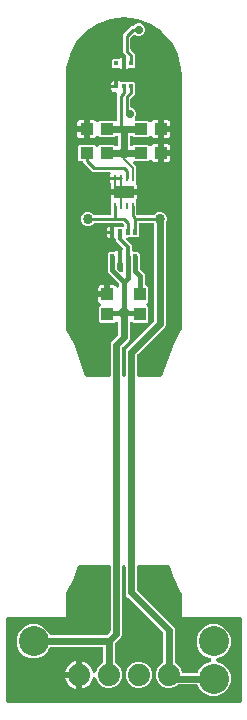
<source format=gbr>
G04 EAGLE Gerber RS-274X export*
G75*
%MOMM*%
%FSLAX34Y34*%
%LPD*%
%INTop Copper*%
%IPPOS*%
%AMOC8*
5,1,8,0,0,1.08239X$1,22.5*%
G01*
%ADD10R,1.000000X1.100000*%
%ADD11C,1.879600*%
%ADD12R,0.350000X0.500000*%
%ADD13R,1.100000X1.000000*%
%ADD14R,0.300000X0.450000*%
%ADD15R,1.700000X1.000000*%
%ADD16R,0.250000X0.600000*%
%ADD17C,0.855600*%
%ADD18C,2.540000*%
%ADD19C,0.203200*%
%ADD20C,0.609600*%
%ADD21C,0.254000*%
%ADD22C,0.736600*%
%ADD23C,0.955600*%
%ADD24C,0.406400*%
%ADD25C,0.304800*%

G36*
X-12674Y201680D02*
X-12674Y201680D01*
X-12648Y201678D01*
X-12501Y201700D01*
X-12354Y201717D01*
X-12329Y201725D01*
X-12303Y201729D01*
X-12165Y201784D01*
X-12026Y201834D01*
X-12004Y201848D01*
X-11979Y201858D01*
X-11858Y201943D01*
X-11733Y202023D01*
X-11715Y202042D01*
X-11693Y202057D01*
X-11594Y202167D01*
X-11491Y202274D01*
X-11477Y202296D01*
X-11460Y202316D01*
X-11388Y202446D01*
X-11312Y202573D01*
X-11304Y202598D01*
X-11291Y202621D01*
X-11251Y202764D01*
X-11206Y202905D01*
X-11204Y202931D01*
X-11196Y202956D01*
X-11177Y203200D01*
X-11177Y229560D01*
X-10442Y231334D01*
X-5273Y236503D01*
X-5194Y236602D01*
X-5110Y236696D01*
X-5086Y236738D01*
X-5056Y236776D01*
X-5002Y236890D01*
X-4941Y237001D01*
X-4928Y237048D01*
X-4907Y237091D01*
X-4881Y237215D01*
X-4846Y237336D01*
X-4841Y237397D01*
X-4834Y237432D01*
X-4835Y237480D01*
X-4827Y237580D01*
X-4827Y246840D01*
X-4838Y246940D01*
X-4840Y247041D01*
X-4858Y247113D01*
X-4867Y247187D01*
X-4900Y247281D01*
X-4925Y247378D01*
X-4959Y247445D01*
X-4984Y247515D01*
X-5039Y247599D01*
X-5085Y247688D01*
X-5133Y247745D01*
X-5173Y247807D01*
X-5245Y247877D01*
X-5310Y247954D01*
X-5370Y247998D01*
X-5424Y248050D01*
X-5510Y248101D01*
X-5591Y248161D01*
X-5659Y248190D01*
X-5723Y248228D01*
X-5819Y248259D01*
X-5911Y248299D01*
X-5984Y248312D01*
X-6055Y248335D01*
X-6155Y248343D01*
X-6254Y248361D01*
X-6328Y248357D01*
X-6402Y248363D01*
X-6502Y248348D01*
X-6602Y248343D01*
X-6673Y248322D01*
X-6747Y248311D01*
X-6840Y248274D01*
X-6937Y248246D01*
X-7002Y248210D01*
X-7071Y248182D01*
X-7153Y248125D01*
X-7241Y248076D01*
X-7317Y248011D01*
X-7357Y247983D01*
X-7381Y247957D01*
X-7427Y247917D01*
X-8233Y247111D01*
X-19707Y247111D01*
X-20749Y248153D01*
X-20749Y260627D01*
X-20025Y261351D01*
X-19993Y261391D01*
X-19955Y261425D01*
X-19885Y261527D01*
X-19808Y261624D01*
X-19786Y261670D01*
X-19757Y261712D01*
X-19712Y261827D01*
X-19659Y261939D01*
X-19648Y261989D01*
X-19630Y262036D01*
X-19612Y262159D01*
X-19586Y262280D01*
X-19587Y262331D01*
X-19579Y262381D01*
X-19589Y262505D01*
X-19592Y262628D01*
X-19604Y262678D01*
X-19608Y262729D01*
X-19646Y262846D01*
X-19677Y262966D01*
X-19700Y263012D01*
X-19716Y263060D01*
X-19780Y263166D01*
X-19836Y263276D01*
X-19869Y263315D01*
X-19896Y263359D01*
X-19982Y263447D01*
X-20062Y263541D01*
X-20103Y263572D01*
X-20139Y263608D01*
X-20340Y263747D01*
X-20530Y263857D01*
X-21003Y264330D01*
X-21338Y264909D01*
X-21511Y265555D01*
X-21511Y268891D01*
X-14946Y268891D01*
X-14920Y268894D01*
X-14894Y268892D01*
X-14747Y268914D01*
X-14600Y268931D01*
X-14575Y268939D01*
X-14549Y268943D01*
X-14412Y268998D01*
X-14272Y269048D01*
X-14250Y269062D01*
X-14225Y269072D01*
X-14104Y269157D01*
X-13979Y269237D01*
X-13961Y269256D01*
X-13939Y269271D01*
X-13840Y269381D01*
X-13737Y269488D01*
X-13723Y269510D01*
X-13706Y269530D01*
X-13634Y269660D01*
X-13558Y269787D01*
X-13550Y269812D01*
X-13537Y269835D01*
X-13497Y269978D01*
X-13452Y270119D01*
X-13450Y270145D01*
X-13443Y270170D01*
X-13423Y270414D01*
X-13423Y270843D01*
X-12994Y270843D01*
X-12968Y270846D01*
X-12942Y270844D01*
X-12795Y270866D01*
X-12648Y270883D01*
X-12623Y270892D01*
X-12597Y270896D01*
X-12459Y270950D01*
X-12320Y271000D01*
X-12298Y271015D01*
X-12273Y271024D01*
X-12152Y271109D01*
X-12027Y271189D01*
X-12009Y271208D01*
X-11987Y271223D01*
X-11888Y271333D01*
X-11785Y271440D01*
X-11771Y271463D01*
X-11754Y271482D01*
X-11682Y271612D01*
X-11606Y271739D01*
X-11598Y271764D01*
X-11585Y271787D01*
X-11545Y271930D01*
X-11500Y272071D01*
X-11497Y272097D01*
X-11490Y272122D01*
X-11471Y272366D01*
X-11471Y279431D01*
X-8635Y279431D01*
X-7989Y279258D01*
X-7410Y278923D01*
X-6937Y278450D01*
X-6653Y277959D01*
X-6579Y277858D01*
X-6511Y277753D01*
X-6475Y277719D01*
X-6446Y277679D01*
X-6350Y277598D01*
X-6260Y277511D01*
X-6218Y277485D01*
X-6180Y277453D01*
X-6068Y277396D01*
X-5961Y277332D01*
X-5914Y277317D01*
X-5870Y277294D01*
X-5748Y277264D01*
X-5629Y277226D01*
X-5580Y277222D01*
X-5531Y277210D01*
X-5406Y277208D01*
X-5282Y277198D01*
X-5233Y277205D01*
X-5183Y277204D01*
X-5061Y277231D01*
X-4937Y277250D01*
X-4891Y277268D01*
X-4842Y277278D01*
X-4729Y277332D01*
X-4613Y277378D01*
X-4573Y277407D01*
X-4528Y277428D01*
X-4430Y277506D01*
X-4327Y277577D01*
X-4294Y277614D01*
X-4255Y277645D01*
X-4177Y277743D01*
X-4094Y277836D01*
X-4070Y277879D01*
X-4039Y277918D01*
X-3986Y278031D01*
X-3925Y278141D01*
X-3912Y278189D01*
X-3890Y278234D01*
X-3864Y278356D01*
X-3830Y278476D01*
X-3825Y278539D01*
X-3818Y278575D01*
X-3819Y278622D01*
X-3811Y278720D01*
X-3811Y279731D01*
X-3825Y279856D01*
X-3832Y279982D01*
X-3845Y280029D01*
X-3851Y280077D01*
X-3893Y280196D01*
X-3928Y280317D01*
X-3952Y280359D01*
X-3968Y280405D01*
X-4037Y280511D01*
X-4098Y280621D01*
X-4138Y280668D01*
X-4157Y280698D01*
X-4192Y280731D01*
X-4257Y280808D01*
X-13561Y290112D01*
X-13561Y305049D01*
X-13538Y305090D01*
X-13508Y305127D01*
X-13454Y305242D01*
X-13393Y305352D01*
X-13380Y305399D01*
X-13359Y305442D01*
X-13333Y305566D01*
X-13298Y305688D01*
X-13293Y305748D01*
X-13286Y305783D01*
X-13287Y305831D01*
X-13279Y305931D01*
X-13279Y306677D01*
X-12237Y307719D01*
X-7409Y307719D01*
X-7308Y307730D01*
X-7206Y307732D01*
X-7135Y307750D01*
X-7063Y307759D01*
X-6967Y307793D01*
X-6868Y307818D01*
X-6779Y307860D01*
X-6734Y307876D01*
X-6704Y307896D01*
X-6647Y307923D01*
X-5981Y308308D01*
X-5335Y308481D01*
X-4773Y308481D01*
X-4773Y303440D01*
X-4773Y298355D01*
X-4787Y298351D01*
X-4813Y298347D01*
X-4951Y298292D01*
X-5090Y298242D01*
X-5112Y298228D01*
X-5137Y298218D01*
X-5258Y298133D01*
X-5383Y298053D01*
X-5401Y298034D01*
X-5423Y298019D01*
X-5522Y297909D01*
X-5625Y297802D01*
X-5639Y297780D01*
X-5656Y297760D01*
X-5728Y297630D01*
X-5804Y297503D01*
X-5812Y297478D01*
X-5825Y297455D01*
X-5865Y297312D01*
X-5910Y297171D01*
X-5912Y297145D01*
X-5920Y297120D01*
X-5939Y296876D01*
X-5939Y293899D01*
X-5925Y293774D01*
X-5918Y293648D01*
X-5905Y293601D01*
X-5899Y293553D01*
X-5857Y293434D01*
X-5822Y293313D01*
X-5798Y293271D01*
X-5782Y293225D01*
X-5713Y293119D01*
X-5652Y293009D01*
X-5612Y292962D01*
X-5593Y292932D01*
X-5558Y292899D01*
X-5493Y292822D01*
X-3161Y290490D01*
X-3083Y290428D01*
X-3010Y290358D01*
X-2946Y290320D01*
X-2888Y290274D01*
X-2797Y290231D01*
X-2711Y290179D01*
X-2640Y290157D01*
X-2573Y290125D01*
X-2475Y290104D01*
X-2379Y290073D01*
X-2305Y290067D01*
X-2232Y290051D01*
X-2132Y290053D01*
X-2032Y290045D01*
X-1958Y290056D01*
X-1884Y290057D01*
X-1787Y290082D01*
X-1687Y290097D01*
X-1618Y290124D01*
X-1546Y290142D01*
X-1457Y290188D01*
X-1363Y290225D01*
X-1302Y290268D01*
X-1236Y290302D01*
X-1160Y290367D01*
X-1077Y290424D01*
X-1027Y290480D01*
X-971Y290528D01*
X-911Y290609D01*
X-844Y290683D01*
X-808Y290748D01*
X-763Y290808D01*
X-724Y290900D01*
X-675Y290988D01*
X-655Y291060D01*
X-625Y291128D01*
X-608Y291227D01*
X-580Y291324D01*
X-572Y291424D01*
X-564Y291471D01*
X-566Y291507D01*
X-561Y291567D01*
X-561Y296876D01*
X-564Y296902D01*
X-562Y296928D01*
X-584Y297075D01*
X-601Y297222D01*
X-609Y297247D01*
X-613Y297273D01*
X-668Y297411D01*
X-718Y297550D01*
X-732Y297572D01*
X-742Y297597D01*
X-827Y297718D01*
X-907Y297843D01*
X-926Y297861D01*
X-941Y297883D01*
X-1051Y297982D01*
X-1158Y298085D01*
X-1180Y298099D01*
X-1200Y298116D01*
X-1330Y298188D01*
X-1457Y298264D01*
X-1482Y298272D01*
X-1505Y298285D01*
X-1648Y298325D01*
X-1727Y298350D01*
X-1727Y303440D01*
X-1727Y308493D01*
X-1669Y308494D01*
X-1597Y308512D01*
X-1523Y308521D01*
X-1428Y308554D01*
X-1331Y308579D01*
X-1265Y308613D01*
X-1195Y308638D01*
X-1110Y308693D01*
X-1021Y308739D01*
X-964Y308787D01*
X-902Y308827D01*
X-832Y308899D01*
X-756Y308964D01*
X-711Y309024D01*
X-660Y309078D01*
X-608Y309164D01*
X-548Y309245D01*
X-519Y309313D01*
X-481Y309377D01*
X-450Y309473D01*
X-410Y309565D01*
X-397Y309638D01*
X-375Y309709D01*
X-366Y309809D01*
X-349Y309908D01*
X-353Y309982D01*
X-347Y310056D01*
X-361Y310156D01*
X-367Y310256D01*
X-387Y310327D01*
X-398Y310401D01*
X-435Y310494D01*
X-463Y310591D01*
X-500Y310656D01*
X-527Y310725D01*
X-584Y310807D01*
X-633Y310895D01*
X-698Y310971D01*
X-726Y311011D01*
X-752Y311035D01*
X-792Y311081D01*
X-6553Y316842D01*
X-6553Y317376D01*
X-6556Y317402D01*
X-6554Y317428D01*
X-6576Y317575D01*
X-6593Y317722D01*
X-6601Y317747D01*
X-6605Y317773D01*
X-6660Y317911D01*
X-6710Y318050D01*
X-6724Y318072D01*
X-6734Y318097D01*
X-6819Y318218D01*
X-6899Y318343D01*
X-6918Y318361D01*
X-6933Y318383D01*
X-7043Y318482D01*
X-7150Y318585D01*
X-7172Y318599D01*
X-7192Y318616D01*
X-7322Y318688D01*
X-7449Y318764D01*
X-7474Y318772D01*
X-7497Y318785D01*
X-7640Y318825D01*
X-7781Y318870D01*
X-7807Y318872D01*
X-7832Y318880D01*
X-8076Y318899D01*
X-8227Y318899D01*
X-8227Y323940D01*
X-8227Y328981D01*
X-7665Y328981D01*
X-7019Y328808D01*
X-6353Y328423D01*
X-6260Y328382D01*
X-6170Y328333D01*
X-6100Y328313D01*
X-6033Y328284D01*
X-5933Y328266D01*
X-5835Y328238D01*
X-5737Y328230D01*
X-5690Y328222D01*
X-5654Y328224D01*
X-5591Y328219D01*
X-1322Y328219D01*
X-1296Y328222D01*
X-1270Y328220D01*
X-1123Y328242D01*
X-976Y328259D01*
X-951Y328267D01*
X-925Y328271D01*
X-787Y328326D01*
X-648Y328376D01*
X-626Y328390D01*
X-601Y328400D01*
X-480Y328485D01*
X-355Y328565D01*
X-337Y328584D01*
X-315Y328599D01*
X-216Y328709D01*
X-113Y328816D01*
X-99Y328838D01*
X-82Y328858D01*
X-10Y328988D01*
X66Y329115D01*
X74Y329140D01*
X87Y329163D01*
X127Y329306D01*
X172Y329447D01*
X175Y329473D01*
X182Y329498D01*
X201Y329742D01*
X201Y330136D01*
X187Y330262D01*
X180Y330388D01*
X167Y330434D01*
X161Y330482D01*
X119Y330601D01*
X84Y330723D01*
X60Y330765D01*
X44Y330811D01*
X-25Y330917D01*
X-86Y331027D01*
X-126Y331073D01*
X-145Y331103D01*
X-180Y331137D01*
X-245Y331213D01*
X-817Y331785D01*
X-916Y331864D01*
X-1010Y331948D01*
X-1052Y331972D01*
X-1090Y332002D01*
X-1204Y332056D01*
X-1315Y332117D01*
X-1361Y332130D01*
X-1405Y332151D01*
X-1528Y332177D01*
X-1650Y332212D01*
X-1711Y332217D01*
X-1746Y332224D01*
X-1794Y332223D01*
X-1894Y332231D01*
X-24332Y332231D01*
X-24458Y332217D01*
X-24584Y332210D01*
X-24630Y332197D01*
X-24678Y332191D01*
X-24797Y332149D01*
X-24919Y332114D01*
X-24961Y332090D01*
X-25007Y332074D01*
X-25113Y332005D01*
X-25223Y331944D01*
X-25269Y331904D01*
X-25299Y331885D01*
X-25333Y331850D01*
X-25409Y331785D01*
X-27049Y330145D01*
X-29275Y329223D01*
X-31685Y329223D01*
X-33911Y330145D01*
X-35615Y331849D01*
X-36537Y334075D01*
X-36537Y336485D01*
X-35615Y338711D01*
X-33911Y340415D01*
X-31685Y341337D01*
X-29275Y341337D01*
X-27049Y340415D01*
X-25409Y338775D01*
X-25310Y338696D01*
X-25216Y338612D01*
X-25174Y338588D01*
X-25136Y338558D01*
X-25022Y338504D01*
X-24911Y338443D01*
X-24865Y338430D01*
X-24821Y338409D01*
X-24698Y338383D01*
X-24576Y338348D01*
X-24515Y338343D01*
X-24481Y338336D01*
X-24433Y338337D01*
X-24332Y338329D01*
X-12072Y338329D01*
X-12046Y338332D01*
X-12020Y338330D01*
X-11873Y338352D01*
X-11726Y338369D01*
X-11701Y338377D01*
X-11675Y338381D01*
X-11537Y338436D01*
X-11398Y338486D01*
X-11376Y338500D01*
X-11351Y338510D01*
X-11230Y338595D01*
X-11105Y338675D01*
X-11087Y338694D01*
X-11065Y338709D01*
X-10966Y338819D01*
X-10863Y338926D01*
X-10849Y338948D01*
X-10832Y338968D01*
X-10760Y339098D01*
X-10684Y339225D01*
X-10676Y339250D01*
X-10663Y339273D01*
X-10623Y339416D01*
X-10578Y339557D01*
X-10576Y339583D01*
X-10568Y339608D01*
X-10549Y339852D01*
X-10549Y348309D01*
X-10548Y348310D01*
X-10543Y348371D01*
X-10536Y348406D01*
X-10537Y348454D01*
X-10529Y348554D01*
X-10529Y350684D01*
X-10515Y350750D01*
X-10479Y350916D01*
X-10479Y350918D01*
X-10478Y350919D01*
X-10482Y351097D01*
X-10485Y351265D01*
X-10485Y351266D01*
X-10485Y351268D01*
X-10529Y351442D01*
X-10570Y351603D01*
X-10570Y351604D01*
X-10571Y351606D01*
X-10676Y351827D01*
X-10868Y352159D01*
X-11041Y352805D01*
X-11041Y355641D01*
X-976Y355641D01*
X-950Y355644D01*
X-924Y355642D01*
X-777Y355664D01*
X-630Y355681D01*
X-605Y355689D01*
X-579Y355693D01*
X-442Y355748D01*
X-302Y355798D01*
X-280Y355812D01*
X-255Y355822D01*
X-134Y355907D01*
X-9Y355987D01*
X3Y356000D01*
X50Y355955D01*
X73Y355941D01*
X92Y355924D01*
X222Y355852D01*
X349Y355776D01*
X374Y355768D01*
X397Y355755D01*
X540Y355715D01*
X681Y355670D01*
X707Y355667D01*
X732Y355660D01*
X976Y355641D01*
X11041Y355641D01*
X11041Y352805D01*
X10868Y352159D01*
X10676Y351827D01*
X10675Y351825D01*
X10674Y351824D01*
X10605Y351664D01*
X10537Y351507D01*
X10537Y351505D01*
X10536Y351504D01*
X10506Y351335D01*
X10475Y351164D01*
X10475Y351162D01*
X10474Y351161D01*
X10483Y350994D01*
X10492Y350816D01*
X10492Y350814D01*
X10492Y350813D01*
X10529Y350687D01*
X10529Y348554D01*
X10543Y348428D01*
X10549Y348323D01*
X10549Y339852D01*
X10552Y339826D01*
X10550Y339800D01*
X10572Y339653D01*
X10589Y339506D01*
X10597Y339481D01*
X10601Y339455D01*
X10656Y339317D01*
X10706Y339178D01*
X10720Y339156D01*
X10730Y339131D01*
X10815Y339010D01*
X10895Y338885D01*
X10914Y338867D01*
X10929Y338845D01*
X11039Y338746D01*
X11146Y338643D01*
X11168Y338629D01*
X11188Y338612D01*
X11318Y338540D01*
X11445Y338464D01*
X11470Y338456D01*
X11493Y338443D01*
X11636Y338403D01*
X11777Y338358D01*
X11803Y338356D01*
X11828Y338348D01*
X12072Y338329D01*
X24332Y338329D01*
X24458Y338343D01*
X24584Y338350D01*
X24630Y338363D01*
X24678Y338369D01*
X24797Y338411D01*
X24919Y338446D01*
X24961Y338470D01*
X25007Y338486D01*
X25113Y338555D01*
X25223Y338616D01*
X25269Y338656D01*
X25299Y338675D01*
X25333Y338710D01*
X25409Y338775D01*
X27049Y340415D01*
X29275Y341337D01*
X31685Y341337D01*
X33911Y340415D01*
X35615Y338711D01*
X36537Y336485D01*
X36537Y334075D01*
X35594Y331799D01*
X35590Y331794D01*
X35566Y331752D01*
X35536Y331715D01*
X35482Y331600D01*
X35421Y331489D01*
X35408Y331443D01*
X35387Y331400D01*
X35361Y331276D01*
X35326Y331154D01*
X35321Y331094D01*
X35314Y331059D01*
X35315Y331011D01*
X35307Y330910D01*
X35307Y245420D01*
X34572Y243646D01*
X11623Y220697D01*
X11544Y220598D01*
X11460Y220504D01*
X11436Y220462D01*
X11406Y220424D01*
X11352Y220310D01*
X11291Y220199D01*
X11278Y220152D01*
X11257Y220109D01*
X11231Y219985D01*
X11196Y219864D01*
X11191Y219803D01*
X11184Y219768D01*
X11185Y219720D01*
X11177Y219620D01*
X11177Y203200D01*
X11180Y203174D01*
X11178Y203148D01*
X11200Y203001D01*
X11217Y202854D01*
X11225Y202829D01*
X11229Y202803D01*
X11284Y202665D01*
X11334Y202526D01*
X11348Y202504D01*
X11358Y202479D01*
X11443Y202358D01*
X11523Y202233D01*
X11542Y202215D01*
X11557Y202193D01*
X11667Y202094D01*
X11774Y201991D01*
X11796Y201977D01*
X11816Y201960D01*
X11946Y201888D01*
X12073Y201812D01*
X12098Y201804D01*
X12121Y201791D01*
X12264Y201751D01*
X12405Y201706D01*
X12431Y201704D01*
X12456Y201696D01*
X12700Y201677D01*
X31083Y201677D01*
X31184Y201688D01*
X31285Y201690D01*
X31356Y201708D01*
X31429Y201717D01*
X31525Y201751D01*
X31623Y201776D01*
X31688Y201809D01*
X31757Y201834D01*
X31843Y201889D01*
X31933Y201936D01*
X31989Y201983D01*
X32050Y202023D01*
X32121Y202096D01*
X32198Y202162D01*
X32241Y202221D01*
X32292Y202274D01*
X32344Y202361D01*
X32405Y202442D01*
X32447Y202532D01*
X32471Y202573D01*
X32482Y202607D01*
X32509Y202663D01*
X42498Y229204D01*
X48849Y241405D01*
X48874Y241469D01*
X48907Y241529D01*
X48936Y241631D01*
X48974Y241730D01*
X48983Y241798D01*
X49002Y241864D01*
X49015Y242035D01*
X49021Y242075D01*
X49020Y242089D01*
X49021Y242108D01*
X49021Y457200D01*
X49017Y457234D01*
X49018Y457292D01*
X48672Y463017D01*
X48669Y463033D01*
X48670Y463048D01*
X48631Y463290D01*
X45890Y474408D01*
X45869Y474465D01*
X45856Y474526D01*
X45779Y474706D01*
X45769Y474734D01*
X45765Y474740D01*
X45760Y474751D01*
X40439Y484890D01*
X40404Y484941D01*
X40377Y484997D01*
X40260Y485153D01*
X40243Y485178D01*
X40237Y485183D01*
X40230Y485192D01*
X32637Y493763D01*
X32591Y493804D01*
X32552Y493852D01*
X32400Y493976D01*
X32378Y493996D01*
X32371Y493999D01*
X32362Y494006D01*
X22939Y500511D01*
X22884Y500540D01*
X22835Y500577D01*
X22658Y500661D01*
X22631Y500675D01*
X22624Y500677D01*
X22614Y500682D01*
X11907Y504742D01*
X11847Y504757D01*
X11790Y504781D01*
X11598Y504820D01*
X11569Y504828D01*
X11562Y504828D01*
X11551Y504830D01*
X184Y506210D01*
X122Y506211D01*
X61Y506220D01*
X-135Y506212D01*
X-165Y506212D01*
X-172Y506211D01*
X-184Y506210D01*
X-11551Y504830D01*
X-11611Y504816D01*
X-11672Y504810D01*
X-11860Y504756D01*
X-11890Y504749D01*
X-11896Y504745D01*
X-11907Y504742D01*
X-22614Y500682D01*
X-22668Y500653D01*
X-22727Y500633D01*
X-22897Y500535D01*
X-22923Y500522D01*
X-22929Y500517D01*
X-22939Y500511D01*
X-32362Y494006D01*
X-32409Y493966D01*
X-32461Y493932D01*
X-32602Y493797D01*
X-32625Y493777D01*
X-32629Y493771D01*
X-32637Y493763D01*
X-40230Y485192D01*
X-40266Y485141D01*
X-40308Y485097D01*
X-40413Y484931D01*
X-40430Y484906D01*
X-40433Y484899D01*
X-40439Y484890D01*
X-45760Y474751D01*
X-45782Y474693D01*
X-45813Y474640D01*
X-45875Y474454D01*
X-45886Y474426D01*
X-45887Y474418D01*
X-45890Y474408D01*
X-48631Y463290D01*
X-48633Y463274D01*
X-48638Y463259D01*
X-48672Y463017D01*
X-49018Y457292D01*
X-49017Y457258D01*
X-49021Y457200D01*
X-49021Y242108D01*
X-49013Y242040D01*
X-49015Y241971D01*
X-48994Y241867D01*
X-48981Y241762D01*
X-48958Y241697D01*
X-48944Y241630D01*
X-48878Y241472D01*
X-48864Y241434D01*
X-48857Y241423D01*
X-48849Y241405D01*
X-42498Y229204D01*
X-32509Y202663D01*
X-32462Y202573D01*
X-32425Y202479D01*
X-32383Y202419D01*
X-32349Y202353D01*
X-32284Y202276D01*
X-32226Y202193D01*
X-32172Y202144D01*
X-32124Y202088D01*
X-32043Y202028D01*
X-31967Y201960D01*
X-31903Y201924D01*
X-31844Y201880D01*
X-31751Y201840D01*
X-31662Y201791D01*
X-31592Y201771D01*
X-31524Y201742D01*
X-31424Y201724D01*
X-31327Y201696D01*
X-31228Y201688D01*
X-31181Y201680D01*
X-31145Y201682D01*
X-31083Y201677D01*
X-12700Y201677D01*
X-12674Y201680D01*
G37*
G36*
X98324Y-74418D02*
X98324Y-74418D01*
X98350Y-74420D01*
X98497Y-74398D01*
X98644Y-74381D01*
X98669Y-74373D01*
X98695Y-74369D01*
X98833Y-74314D01*
X98972Y-74264D01*
X98994Y-74250D01*
X99019Y-74240D01*
X99140Y-74155D01*
X99265Y-74075D01*
X99283Y-74056D01*
X99305Y-74041D01*
X99404Y-73931D01*
X99507Y-73824D01*
X99521Y-73802D01*
X99538Y-73782D01*
X99610Y-73652D01*
X99686Y-73525D01*
X99694Y-73500D01*
X99707Y-73477D01*
X99747Y-73334D01*
X99792Y-73193D01*
X99794Y-73167D01*
X99802Y-73142D01*
X99821Y-72898D01*
X99821Y-3302D01*
X99818Y-3276D01*
X99820Y-3250D01*
X99798Y-3103D01*
X99781Y-2956D01*
X99773Y-2931D01*
X99769Y-2905D01*
X99714Y-2767D01*
X99664Y-2628D01*
X99650Y-2606D01*
X99640Y-2581D01*
X99555Y-2460D01*
X99475Y-2335D01*
X99456Y-2317D01*
X99441Y-2295D01*
X99331Y-2196D01*
X99224Y-2093D01*
X99202Y-2079D01*
X99182Y-2062D01*
X99052Y-1990D01*
X98925Y-1914D01*
X98900Y-1906D01*
X98877Y-1893D01*
X98734Y-1853D01*
X98593Y-1808D01*
X98567Y-1806D01*
X98542Y-1798D01*
X98298Y-1779D01*
X50063Y-1779D01*
X49021Y-737D01*
X49021Y18242D01*
X49013Y18310D01*
X49015Y18379D01*
X48994Y18483D01*
X48981Y18588D01*
X48958Y18653D01*
X48944Y18720D01*
X48878Y18878D01*
X48864Y18916D01*
X48857Y18927D01*
X48849Y18945D01*
X42498Y31146D01*
X38723Y41177D01*
X38676Y41267D01*
X38639Y41361D01*
X38597Y41421D01*
X38563Y41487D01*
X38498Y41564D01*
X38440Y41647D01*
X38385Y41696D01*
X38338Y41752D01*
X38257Y41813D01*
X38181Y41880D01*
X38117Y41916D01*
X38058Y41960D01*
X37965Y42000D01*
X37876Y42049D01*
X37806Y42069D01*
X37738Y42098D01*
X37638Y42116D01*
X37541Y42144D01*
X37442Y42152D01*
X37395Y42160D01*
X37359Y42158D01*
X37297Y42163D01*
X12700Y42163D01*
X12674Y42160D01*
X12648Y42162D01*
X12501Y42140D01*
X12354Y42123D01*
X12329Y42115D01*
X12303Y42111D01*
X12165Y42056D01*
X12026Y42006D01*
X12004Y41992D01*
X11979Y41982D01*
X11858Y41897D01*
X11733Y41817D01*
X11715Y41798D01*
X11693Y41783D01*
X11594Y41673D01*
X11491Y41566D01*
X11477Y41544D01*
X11460Y41524D01*
X11388Y41394D01*
X11312Y41267D01*
X11304Y41242D01*
X11291Y41219D01*
X11251Y41076D01*
X11206Y40935D01*
X11204Y40909D01*
X11196Y40884D01*
X11177Y40640D01*
X11177Y21680D01*
X11191Y21555D01*
X11198Y21428D01*
X11211Y21382D01*
X11217Y21334D01*
X11259Y21215D01*
X11294Y21094D01*
X11318Y21051D01*
X11334Y21006D01*
X11403Y20900D01*
X11464Y20789D01*
X11504Y20743D01*
X11523Y20713D01*
X11558Y20680D01*
X11623Y20603D01*
X42192Y-9966D01*
X42927Y-11740D01*
X42927Y-39684D01*
X42935Y-39760D01*
X42934Y-39836D01*
X42955Y-39932D01*
X42967Y-40030D01*
X42992Y-40102D01*
X43009Y-40177D01*
X43051Y-40265D01*
X43084Y-40358D01*
X43126Y-40423D01*
X43158Y-40491D01*
X43220Y-40568D01*
X43273Y-40651D01*
X43328Y-40704D01*
X43376Y-40764D01*
X43453Y-40825D01*
X43524Y-40893D01*
X43589Y-40932D01*
X43649Y-40980D01*
X43782Y-41048D01*
X43823Y-41072D01*
X43841Y-41078D01*
X43867Y-41091D01*
X44431Y-41325D01*
X47575Y-44469D01*
X49124Y-48208D01*
X49161Y-48275D01*
X49189Y-48346D01*
X49245Y-48427D01*
X49293Y-48513D01*
X49345Y-48569D01*
X49388Y-48632D01*
X49461Y-48698D01*
X49527Y-48771D01*
X49590Y-48814D01*
X49647Y-48865D01*
X49733Y-48913D01*
X49814Y-48969D01*
X49885Y-48997D01*
X49952Y-49034D01*
X50047Y-49061D01*
X50138Y-49097D01*
X50214Y-49108D01*
X50287Y-49129D01*
X50436Y-49141D01*
X50483Y-49148D01*
X50502Y-49146D01*
X50531Y-49148D01*
X61510Y-49148D01*
X61586Y-49140D01*
X61662Y-49141D01*
X61758Y-49120D01*
X61856Y-49108D01*
X61928Y-49083D01*
X62003Y-49066D01*
X62091Y-49024D01*
X62184Y-48991D01*
X62248Y-48949D01*
X62317Y-48917D01*
X62394Y-48855D01*
X62477Y-48802D01*
X62530Y-48747D01*
X62590Y-48699D01*
X62651Y-48622D01*
X62719Y-48551D01*
X62758Y-48486D01*
X62806Y-48426D01*
X62874Y-48292D01*
X62898Y-48252D01*
X62904Y-48234D01*
X62917Y-48208D01*
X63926Y-45773D01*
X67998Y-41701D01*
X73293Y-39507D01*
X73381Y-39458D01*
X73473Y-39418D01*
X73533Y-39374D01*
X73598Y-39338D01*
X73672Y-39271D01*
X73753Y-39211D01*
X73801Y-39154D01*
X73856Y-39104D01*
X73913Y-39021D01*
X73978Y-38945D01*
X74012Y-38878D01*
X74054Y-38817D01*
X74091Y-38724D01*
X74137Y-38634D01*
X74155Y-38562D01*
X74182Y-38493D01*
X74197Y-38393D01*
X74221Y-38296D01*
X74222Y-38222D01*
X74233Y-38148D01*
X74225Y-38048D01*
X74226Y-37948D01*
X74210Y-37875D01*
X74204Y-37801D01*
X74173Y-37705D01*
X74152Y-37607D01*
X74120Y-37540D01*
X74097Y-37469D01*
X74045Y-37383D01*
X74002Y-37292D01*
X73956Y-37234D01*
X73917Y-37171D01*
X73847Y-37099D01*
X73785Y-37020D01*
X73726Y-36974D01*
X73674Y-36921D01*
X73590Y-36866D01*
X73511Y-36804D01*
X73422Y-36758D01*
X73381Y-36732D01*
X73347Y-36720D01*
X73293Y-36693D01*
X67998Y-34499D01*
X63926Y-30427D01*
X61721Y-25105D01*
X61721Y-19345D01*
X63926Y-14023D01*
X67998Y-9951D01*
X73320Y-7746D01*
X79080Y-7746D01*
X84402Y-9951D01*
X88474Y-14023D01*
X90679Y-19345D01*
X90679Y-25105D01*
X88474Y-30427D01*
X84402Y-34499D01*
X79107Y-36693D01*
X79019Y-36741D01*
X78927Y-36781D01*
X78867Y-36826D01*
X78802Y-36862D01*
X78728Y-36929D01*
X78647Y-36989D01*
X78599Y-37046D01*
X78544Y-37096D01*
X78487Y-37179D01*
X78422Y-37255D01*
X78388Y-37322D01*
X78346Y-37383D01*
X78309Y-37476D01*
X78263Y-37566D01*
X78245Y-37638D01*
X78218Y-37707D01*
X78203Y-37806D01*
X78179Y-37904D01*
X78178Y-37978D01*
X78167Y-38052D01*
X78175Y-38152D01*
X78174Y-38252D01*
X78190Y-38325D01*
X78196Y-38399D01*
X78227Y-38495D01*
X78248Y-38593D01*
X78280Y-38660D01*
X78303Y-38731D01*
X78355Y-38817D01*
X78398Y-38908D01*
X78444Y-38966D01*
X78483Y-39029D01*
X78553Y-39102D01*
X78615Y-39180D01*
X78674Y-39226D01*
X78726Y-39279D01*
X78810Y-39334D01*
X78889Y-39396D01*
X78978Y-39442D01*
X79019Y-39468D01*
X79052Y-39480D01*
X79107Y-39507D01*
X84402Y-41701D01*
X88474Y-45773D01*
X90679Y-51095D01*
X90679Y-56855D01*
X88474Y-62177D01*
X84402Y-66249D01*
X79080Y-68454D01*
X73320Y-68454D01*
X67998Y-66249D01*
X63926Y-62177D01*
X62917Y-59742D01*
X62880Y-59675D01*
X62852Y-59604D01*
X62796Y-59524D01*
X62748Y-59437D01*
X62696Y-59381D01*
X62653Y-59318D01*
X62580Y-59252D01*
X62514Y-59179D01*
X62451Y-59136D01*
X62394Y-59085D01*
X62308Y-59037D01*
X62227Y-58981D01*
X62156Y-58953D01*
X62089Y-58916D01*
X61994Y-58889D01*
X61903Y-58853D01*
X61827Y-58842D01*
X61754Y-58821D01*
X61605Y-58809D01*
X61558Y-58802D01*
X61539Y-58804D01*
X61510Y-58802D01*
X46535Y-58802D01*
X46410Y-58816D01*
X46284Y-58823D01*
X46237Y-58836D01*
X46189Y-58842D01*
X46070Y-58884D01*
X45949Y-58919D01*
X45907Y-58943D01*
X45861Y-58959D01*
X45755Y-59028D01*
X45645Y-59089D01*
X45598Y-59129D01*
X45568Y-59148D01*
X45535Y-59183D01*
X45458Y-59248D01*
X44431Y-60275D01*
X40323Y-61977D01*
X35877Y-61977D01*
X31769Y-60275D01*
X28625Y-57131D01*
X26923Y-53023D01*
X26923Y-48577D01*
X28625Y-44469D01*
X31769Y-41325D01*
X32333Y-41091D01*
X32400Y-41054D01*
X32471Y-41026D01*
X32552Y-40970D01*
X32638Y-40922D01*
X32694Y-40870D01*
X32757Y-40827D01*
X32823Y-40754D01*
X32896Y-40688D01*
X32939Y-40625D01*
X32990Y-40568D01*
X33038Y-40482D01*
X33094Y-40401D01*
X33122Y-40330D01*
X33159Y-40263D01*
X33186Y-40168D01*
X33222Y-40077D01*
X33233Y-40001D01*
X33254Y-39928D01*
X33266Y-39779D01*
X33273Y-39732D01*
X33271Y-39713D01*
X33273Y-39684D01*
X33273Y-15330D01*
X33259Y-15205D01*
X33252Y-15078D01*
X33239Y-15032D01*
X33233Y-14984D01*
X33191Y-14865D01*
X33156Y-14744D01*
X33132Y-14701D01*
X33116Y-14656D01*
X33047Y-14550D01*
X32986Y-14439D01*
X32946Y-14393D01*
X32927Y-14363D01*
X32892Y-14330D01*
X32827Y-14253D01*
X3830Y14744D01*
X2258Y16316D01*
X1523Y18090D01*
X1523Y40640D01*
X1483Y40986D01*
X1366Y41314D01*
X1177Y41607D01*
X926Y41849D01*
X627Y42028D01*
X295Y42134D01*
X-52Y42162D01*
X-397Y42111D01*
X-721Y41982D01*
X-1007Y41783D01*
X-1240Y41524D01*
X-1409Y41219D01*
X-1504Y40884D01*
X-1523Y40640D01*
X-1523Y-16835D01*
X-2258Y-18609D01*
X-3830Y-20181D01*
X-7427Y-23778D01*
X-7506Y-23877D01*
X-7590Y-23971D01*
X-7614Y-24013D01*
X-7644Y-24051D01*
X-7698Y-24165D01*
X-7759Y-24276D01*
X-7772Y-24323D01*
X-7793Y-24366D01*
X-7819Y-24490D01*
X-7854Y-24611D01*
X-7859Y-24672D01*
X-7866Y-24707D01*
X-7865Y-24755D01*
X-7873Y-24855D01*
X-7873Y-39684D01*
X-7865Y-39760D01*
X-7866Y-39836D01*
X-7845Y-39932D01*
X-7833Y-40030D01*
X-7808Y-40102D01*
X-7791Y-40177D01*
X-7749Y-40265D01*
X-7716Y-40358D01*
X-7674Y-40423D01*
X-7642Y-40491D01*
X-7580Y-40568D01*
X-7527Y-40651D01*
X-7472Y-40704D01*
X-7424Y-40764D01*
X-7347Y-40825D01*
X-7276Y-40893D01*
X-7211Y-40932D01*
X-7151Y-40980D01*
X-7018Y-41048D01*
X-6977Y-41072D01*
X-6959Y-41078D01*
X-6933Y-41091D01*
X-6369Y-41325D01*
X-3225Y-44469D01*
X-1523Y-48577D01*
X-1523Y-53023D01*
X-3225Y-57131D01*
X-6369Y-60275D01*
X-10477Y-61977D01*
X-14923Y-61977D01*
X-19031Y-60275D01*
X-22175Y-57131D01*
X-23637Y-53601D01*
X-23715Y-53461D01*
X-23790Y-53320D01*
X-23800Y-53309D01*
X-23807Y-53296D01*
X-23914Y-53178D01*
X-24019Y-53057D01*
X-24031Y-53049D01*
X-24041Y-53038D01*
X-24173Y-52947D01*
X-24302Y-52854D01*
X-24316Y-52848D01*
X-24328Y-52840D01*
X-24477Y-52781D01*
X-24624Y-52720D01*
X-24638Y-52717D01*
X-24652Y-52712D01*
X-24810Y-52689D01*
X-24968Y-52663D01*
X-24982Y-52663D01*
X-24997Y-52661D01*
X-25156Y-52675D01*
X-25315Y-52685D01*
X-25329Y-52689D01*
X-25344Y-52690D01*
X-25496Y-52739D01*
X-25649Y-52786D01*
X-25662Y-52793D01*
X-25676Y-52797D01*
X-25813Y-52880D01*
X-25951Y-52960D01*
X-25962Y-52970D01*
X-25974Y-52977D01*
X-26089Y-53089D01*
X-26206Y-53198D01*
X-26214Y-53210D01*
X-26224Y-53220D01*
X-26310Y-53354D01*
X-26399Y-53487D01*
X-26406Y-53503D01*
X-26412Y-53513D01*
X-26425Y-53549D01*
X-26493Y-53713D01*
X-27036Y-55383D01*
X-27889Y-57057D01*
X-28994Y-58578D01*
X-30322Y-59906D01*
X-31843Y-61011D01*
X-33517Y-61864D01*
X-35304Y-62445D01*
X-35561Y-62485D01*
X-35561Y-51816D01*
X-35564Y-51790D01*
X-35562Y-51764D01*
X-35584Y-51617D01*
X-35601Y-51470D01*
X-35609Y-51445D01*
X-35613Y-51419D01*
X-35668Y-51282D01*
X-35718Y-51142D01*
X-35732Y-51120D01*
X-35742Y-51095D01*
X-35827Y-50974D01*
X-35907Y-50849D01*
X-35926Y-50831D01*
X-35941Y-50809D01*
X-35957Y-50795D01*
X-35875Y-50710D01*
X-35861Y-50687D01*
X-35844Y-50668D01*
X-35772Y-50538D01*
X-35696Y-50411D01*
X-35688Y-50386D01*
X-35675Y-50363D01*
X-35635Y-50220D01*
X-35590Y-50079D01*
X-35587Y-50053D01*
X-35580Y-50028D01*
X-35561Y-49784D01*
X-35561Y-39115D01*
X-35304Y-39155D01*
X-33517Y-39736D01*
X-31843Y-40589D01*
X-30322Y-41694D01*
X-28994Y-43022D01*
X-27889Y-44543D01*
X-27036Y-46217D01*
X-26493Y-47887D01*
X-26427Y-48032D01*
X-26363Y-48179D01*
X-26355Y-48191D01*
X-26348Y-48204D01*
X-26251Y-48330D01*
X-26155Y-48459D01*
X-26144Y-48468D01*
X-26135Y-48480D01*
X-26011Y-48581D01*
X-25889Y-48684D01*
X-25876Y-48690D01*
X-25865Y-48700D01*
X-25721Y-48770D01*
X-25579Y-48843D01*
X-25565Y-48846D01*
X-25552Y-48852D01*
X-25395Y-48888D01*
X-25241Y-48927D01*
X-25226Y-48927D01*
X-25212Y-48930D01*
X-25052Y-48929D01*
X-24892Y-48932D01*
X-24878Y-48929D01*
X-24864Y-48929D01*
X-24708Y-48892D01*
X-24552Y-48857D01*
X-24539Y-48851D01*
X-24525Y-48848D01*
X-24381Y-48776D01*
X-24237Y-48708D01*
X-24226Y-48699D01*
X-24213Y-48692D01*
X-24089Y-48590D01*
X-23965Y-48490D01*
X-23956Y-48479D01*
X-23945Y-48470D01*
X-23848Y-48343D01*
X-23749Y-48217D01*
X-23741Y-48201D01*
X-23734Y-48192D01*
X-23718Y-48157D01*
X-23637Y-47999D01*
X-22175Y-44469D01*
X-19031Y-41325D01*
X-18467Y-41091D01*
X-18400Y-41054D01*
X-18329Y-41026D01*
X-18248Y-40970D01*
X-18162Y-40922D01*
X-18106Y-40870D01*
X-18043Y-40827D01*
X-17977Y-40754D01*
X-17904Y-40688D01*
X-17861Y-40625D01*
X-17810Y-40568D01*
X-17762Y-40482D01*
X-17706Y-40401D01*
X-17678Y-40330D01*
X-17641Y-40263D01*
X-17614Y-40168D01*
X-17578Y-40077D01*
X-17567Y-40001D01*
X-17546Y-39928D01*
X-17534Y-39779D01*
X-17527Y-39732D01*
X-17529Y-39713D01*
X-17527Y-39684D01*
X-17527Y-28575D01*
X-17530Y-28549D01*
X-17528Y-28523D01*
X-17550Y-28376D01*
X-17567Y-28229D01*
X-17575Y-28204D01*
X-17579Y-28178D01*
X-17634Y-28040D01*
X-17684Y-27901D01*
X-17698Y-27879D01*
X-17708Y-27854D01*
X-17793Y-27733D01*
X-17873Y-27608D01*
X-17892Y-27590D01*
X-17907Y-27568D01*
X-18017Y-27469D01*
X-18124Y-27366D01*
X-18146Y-27352D01*
X-18166Y-27335D01*
X-18296Y-27263D01*
X-18423Y-27187D01*
X-18448Y-27179D01*
X-18471Y-27166D01*
X-18614Y-27126D01*
X-18755Y-27081D01*
X-18781Y-27079D01*
X-18806Y-27071D01*
X-19050Y-27052D01*
X-61510Y-27052D01*
X-61586Y-27060D01*
X-61662Y-27059D01*
X-61758Y-27080D01*
X-61856Y-27092D01*
X-61928Y-27117D01*
X-62003Y-27134D01*
X-62091Y-27176D01*
X-62184Y-27209D01*
X-62248Y-27251D01*
X-62317Y-27283D01*
X-62394Y-27345D01*
X-62477Y-27398D01*
X-62530Y-27453D01*
X-62590Y-27501D01*
X-62651Y-27578D01*
X-62719Y-27649D01*
X-62758Y-27714D01*
X-62806Y-27774D01*
X-62874Y-27908D01*
X-62898Y-27948D01*
X-62904Y-27966D01*
X-62917Y-27992D01*
X-63926Y-30427D01*
X-67998Y-34499D01*
X-73320Y-36704D01*
X-79080Y-36704D01*
X-84402Y-34499D01*
X-88474Y-30427D01*
X-90679Y-25105D01*
X-90679Y-19345D01*
X-88474Y-14023D01*
X-84402Y-9951D01*
X-79080Y-7746D01*
X-73320Y-7746D01*
X-67998Y-9951D01*
X-63926Y-14023D01*
X-62917Y-16458D01*
X-62880Y-16525D01*
X-62852Y-16596D01*
X-62796Y-16676D01*
X-62748Y-16763D01*
X-62696Y-16819D01*
X-62653Y-16882D01*
X-62580Y-16948D01*
X-62514Y-17021D01*
X-62451Y-17064D01*
X-62394Y-17115D01*
X-62308Y-17163D01*
X-62227Y-17219D01*
X-62156Y-17247D01*
X-62089Y-17284D01*
X-61994Y-17311D01*
X-61903Y-17347D01*
X-61827Y-17358D01*
X-61754Y-17379D01*
X-61605Y-17391D01*
X-61558Y-17398D01*
X-61539Y-17396D01*
X-61510Y-17398D01*
X-15330Y-17398D01*
X-15205Y-17384D01*
X-15078Y-17377D01*
X-15032Y-17364D01*
X-14984Y-17358D01*
X-14865Y-17316D01*
X-14744Y-17281D01*
X-14701Y-17257D01*
X-14656Y-17241D01*
X-14550Y-17172D01*
X-14439Y-17111D01*
X-14393Y-17071D01*
X-14363Y-17052D01*
X-14330Y-17017D01*
X-14253Y-16952D01*
X-11623Y-14322D01*
X-11544Y-14223D01*
X-11460Y-14129D01*
X-11436Y-14087D01*
X-11406Y-14049D01*
X-11352Y-13935D01*
X-11291Y-13824D01*
X-11278Y-13777D01*
X-11257Y-13734D01*
X-11231Y-13610D01*
X-11196Y-13489D01*
X-11191Y-13428D01*
X-11184Y-13393D01*
X-11185Y-13345D01*
X-11177Y-13245D01*
X-11177Y40640D01*
X-11180Y40666D01*
X-11178Y40692D01*
X-11200Y40839D01*
X-11217Y40986D01*
X-11225Y41011D01*
X-11229Y41037D01*
X-11284Y41175D01*
X-11334Y41314D01*
X-11348Y41336D01*
X-11358Y41361D01*
X-11443Y41482D01*
X-11523Y41607D01*
X-11542Y41625D01*
X-11557Y41647D01*
X-11667Y41746D01*
X-11774Y41849D01*
X-11796Y41863D01*
X-11816Y41880D01*
X-11946Y41952D01*
X-12073Y42028D01*
X-12098Y42036D01*
X-12121Y42049D01*
X-12264Y42089D01*
X-12405Y42134D01*
X-12431Y42136D01*
X-12456Y42144D01*
X-12700Y42163D01*
X-37297Y42163D01*
X-37398Y42152D01*
X-37499Y42150D01*
X-37570Y42132D01*
X-37643Y42123D01*
X-37739Y42089D01*
X-37837Y42064D01*
X-37902Y42031D01*
X-37971Y42006D01*
X-38056Y41951D01*
X-38146Y41904D01*
X-38202Y41857D01*
X-38264Y41817D01*
X-38335Y41744D01*
X-38412Y41678D01*
X-38455Y41619D01*
X-38506Y41566D01*
X-38558Y41479D01*
X-38618Y41398D01*
X-38661Y41308D01*
X-38685Y41267D01*
X-38696Y41233D01*
X-38723Y41177D01*
X-42498Y31146D01*
X-48849Y18945D01*
X-48874Y18881D01*
X-48907Y18821D01*
X-48936Y18719D01*
X-48974Y18620D01*
X-48983Y18552D01*
X-49002Y18486D01*
X-49015Y18315D01*
X-49021Y18275D01*
X-49020Y18261D01*
X-49021Y18242D01*
X-49021Y-737D01*
X-50063Y-1779D01*
X-98298Y-1779D01*
X-98324Y-1782D01*
X-98350Y-1780D01*
X-98497Y-1802D01*
X-98644Y-1819D01*
X-98669Y-1827D01*
X-98695Y-1831D01*
X-98833Y-1886D01*
X-98972Y-1936D01*
X-98994Y-1950D01*
X-99019Y-1960D01*
X-99140Y-2045D01*
X-99265Y-2125D01*
X-99283Y-2144D01*
X-99305Y-2159D01*
X-99404Y-2269D01*
X-99507Y-2376D01*
X-99521Y-2398D01*
X-99538Y-2418D01*
X-99610Y-2548D01*
X-99686Y-2675D01*
X-99694Y-2700D01*
X-99707Y-2723D01*
X-99747Y-2866D01*
X-99792Y-3007D01*
X-99794Y-3033D01*
X-99802Y-3058D01*
X-99821Y-3302D01*
X-99821Y-72898D01*
X-99818Y-72924D01*
X-99820Y-72950D01*
X-99798Y-73097D01*
X-99781Y-73244D01*
X-99773Y-73269D01*
X-99769Y-73295D01*
X-99714Y-73433D01*
X-99664Y-73572D01*
X-99650Y-73594D01*
X-99640Y-73619D01*
X-99555Y-73740D01*
X-99475Y-73865D01*
X-99456Y-73883D01*
X-99441Y-73905D01*
X-99331Y-74004D01*
X-99224Y-74107D01*
X-99202Y-74121D01*
X-99182Y-74138D01*
X-99052Y-74210D01*
X-98925Y-74286D01*
X-98900Y-74294D01*
X-98877Y-74307D01*
X-98734Y-74347D01*
X-98593Y-74392D01*
X-98567Y-74394D01*
X-98542Y-74402D01*
X-98298Y-74421D01*
X98298Y-74421D01*
X98324Y-74418D01*
G37*
%LPC*%
G36*
X-50Y360325D02*
X-50Y360325D01*
X-73Y360339D01*
X-92Y360356D01*
X-222Y360428D01*
X-349Y360504D01*
X-374Y360512D01*
X-397Y360525D01*
X-540Y360565D01*
X-681Y360610D01*
X-707Y360612D01*
X-732Y360620D01*
X-976Y360639D01*
X-11041Y360639D01*
X-11041Y363475D01*
X-10829Y364266D01*
X-10818Y364337D01*
X-10808Y364369D01*
X-10804Y364422D01*
X-10784Y364515D01*
X-10785Y364563D01*
X-10777Y364611D01*
X-10783Y364678D01*
X-10780Y364717D01*
X-10789Y364775D01*
X-10790Y364864D01*
X-10802Y364910D01*
X-10806Y364958D01*
X-10825Y365017D01*
X-10831Y365061D01*
X-10856Y365123D01*
X-10876Y365201D01*
X-10902Y365256D01*
X-10913Y365290D01*
X-10938Y365332D01*
X-10945Y365347D01*
X-10960Y365385D01*
X-10970Y365399D01*
X-10981Y365422D01*
X-11118Y365659D01*
X-11291Y366305D01*
X-11291Y368117D01*
X-7500Y368117D01*
X-2500Y368117D01*
X-2474Y368120D01*
X-2448Y368117D01*
X-2301Y368139D01*
X-2154Y368156D01*
X-2129Y368165D01*
X-2103Y368169D01*
X-1966Y368224D01*
X-1826Y368274D01*
X-1804Y368288D01*
X-1780Y368298D01*
X-1658Y368382D01*
X-1533Y368463D01*
X-1515Y368482D01*
X-1493Y368497D01*
X-1394Y368607D01*
X-1291Y368714D01*
X-1278Y368736D01*
X-1260Y368756D01*
X-1188Y368886D01*
X-1112Y369013D01*
X-1104Y369038D01*
X-1091Y369061D01*
X-1051Y369204D01*
X-1006Y369345D01*
X-1004Y369371D01*
X-997Y369396D01*
X-977Y369640D01*
X-980Y369666D01*
X-978Y369692D01*
X-1000Y369839D01*
X-1017Y369986D01*
X-1026Y370011D01*
X-1030Y370037D01*
X-1084Y370175D01*
X-1134Y370314D01*
X-1149Y370337D01*
X-1158Y370361D01*
X-1243Y370482D01*
X-1323Y370607D01*
X-1342Y370626D01*
X-1357Y370647D01*
X-1467Y370746D01*
X-1574Y370849D01*
X-1597Y370863D01*
X-1616Y370880D01*
X-1746Y370952D01*
X-1873Y371028D01*
X-1898Y371036D01*
X-1921Y371049D01*
X-2064Y371089D01*
X-2205Y371135D01*
X-2231Y371137D01*
X-2257Y371144D01*
X-2500Y371163D01*
X-7500Y371163D01*
X-11291Y371163D01*
X-11291Y372975D01*
X-11152Y373494D01*
X-11144Y373544D01*
X-11129Y373593D01*
X-11119Y373716D01*
X-11101Y373839D01*
X-11105Y373889D01*
X-11101Y373940D01*
X-11119Y374063D01*
X-11129Y374186D01*
X-11145Y374234D01*
X-11152Y374285D01*
X-11198Y374400D01*
X-11236Y374518D01*
X-11262Y374561D01*
X-11281Y374609D01*
X-11351Y374710D01*
X-11415Y374816D01*
X-11451Y374853D01*
X-11480Y374895D01*
X-11572Y374978D01*
X-11658Y375067D01*
X-11701Y375094D01*
X-11739Y375128D01*
X-11847Y375188D01*
X-11951Y375255D01*
X-11999Y375272D01*
X-12044Y375297D01*
X-12163Y375331D01*
X-12279Y375372D01*
X-12330Y375378D01*
X-12379Y375392D01*
X-12623Y375411D01*
X-26663Y375411D01*
X-34448Y383196D01*
X-34449Y383204D01*
X-34457Y383229D01*
X-34461Y383255D01*
X-34516Y383393D01*
X-34566Y383532D01*
X-34580Y383554D01*
X-34590Y383579D01*
X-34675Y383700D01*
X-34755Y383825D01*
X-34774Y383843D01*
X-34789Y383865D01*
X-34899Y383964D01*
X-35006Y384067D01*
X-35028Y384081D01*
X-35048Y384098D01*
X-35178Y384170D01*
X-35305Y384246D01*
X-35330Y384254D01*
X-35353Y384267D01*
X-35496Y384307D01*
X-35637Y384352D01*
X-35663Y384354D01*
X-35688Y384362D01*
X-35932Y384381D01*
X-37597Y384381D01*
X-38639Y385423D01*
X-38639Y396897D01*
X-37597Y397939D01*
X-25123Y397939D01*
X-23937Y396753D01*
X-23917Y396736D01*
X-23900Y396716D01*
X-23780Y396628D01*
X-23664Y396536D01*
X-23640Y396525D01*
X-23619Y396509D01*
X-23483Y396450D01*
X-23349Y396387D01*
X-23323Y396382D01*
X-23299Y396371D01*
X-23153Y396345D01*
X-23008Y396314D01*
X-22982Y396314D01*
X-22956Y396309D01*
X-22808Y396317D01*
X-22660Y396320D01*
X-22634Y396326D01*
X-22608Y396327D01*
X-22466Y396369D01*
X-22322Y396405D01*
X-22299Y396417D01*
X-22273Y396424D01*
X-22144Y396496D01*
X-22012Y396564D01*
X-21992Y396581D01*
X-21969Y396594D01*
X-21783Y396753D01*
X-20597Y397939D01*
X-8123Y397939D01*
X-7427Y397243D01*
X-7348Y397180D01*
X-7276Y397110D01*
X-7212Y397072D01*
X-7154Y397026D01*
X-7063Y396983D01*
X-6977Y396932D01*
X-6906Y396909D01*
X-6839Y396877D01*
X-6741Y396856D01*
X-6645Y396825D01*
X-6571Y396819D01*
X-6498Y396804D01*
X-6398Y396805D01*
X-6298Y396797D01*
X-6224Y396808D01*
X-6150Y396810D01*
X-6053Y396834D01*
X-5953Y396849D01*
X-5884Y396877D01*
X-5812Y396895D01*
X-5723Y396941D01*
X-5629Y396978D01*
X-5568Y397020D01*
X-5502Y397054D01*
X-5426Y397119D01*
X-5343Y397177D01*
X-5293Y397232D01*
X-5237Y397280D01*
X-5177Y397361D01*
X-5110Y397435D01*
X-5074Y397501D01*
X-5029Y397560D01*
X-4990Y397652D01*
X-4941Y397740D01*
X-4921Y397812D01*
X-4891Y397880D01*
X-4874Y397979D01*
X-4846Y398076D01*
X-4838Y398176D01*
X-4830Y398223D01*
X-4832Y398259D01*
X-4827Y398320D01*
X-4827Y404320D01*
X-4838Y404420D01*
X-4840Y404521D01*
X-4858Y404593D01*
X-4867Y404667D01*
X-4901Y404761D01*
X-4925Y404858D01*
X-4959Y404924D01*
X-4984Y404995D01*
X-5039Y405079D01*
X-5085Y405168D01*
X-5133Y405225D01*
X-5173Y405287D01*
X-5245Y405357D01*
X-5310Y405434D01*
X-5370Y405478D01*
X-5424Y405530D01*
X-5510Y405581D01*
X-5591Y405641D01*
X-5659Y405670D01*
X-5723Y405708D01*
X-5819Y405739D01*
X-5911Y405779D01*
X-5984Y405792D01*
X-6055Y405815D01*
X-6155Y405823D01*
X-6254Y405841D01*
X-6328Y405837D01*
X-6402Y405843D01*
X-6502Y405828D01*
X-6602Y405823D01*
X-6673Y405802D01*
X-6747Y405791D01*
X-6840Y405754D01*
X-6937Y405726D01*
X-7002Y405690D01*
X-7071Y405662D01*
X-7153Y405605D01*
X-7241Y405556D01*
X-7317Y405491D01*
X-7357Y405463D01*
X-7381Y405437D01*
X-7427Y405397D01*
X-8123Y404701D01*
X-20597Y404701D01*
X-21321Y405425D01*
X-21361Y405457D01*
X-21395Y405495D01*
X-21497Y405565D01*
X-21594Y405642D01*
X-21640Y405664D01*
X-21682Y405693D01*
X-21797Y405738D01*
X-21909Y405791D01*
X-21959Y405802D01*
X-22006Y405820D01*
X-22129Y405838D01*
X-22250Y405864D01*
X-22301Y405863D01*
X-22351Y405871D01*
X-22475Y405861D01*
X-22598Y405858D01*
X-22648Y405846D01*
X-22699Y405842D01*
X-22816Y405804D01*
X-22936Y405773D01*
X-22982Y405750D01*
X-23030Y405734D01*
X-23136Y405670D01*
X-23246Y405614D01*
X-23285Y405581D01*
X-23329Y405554D01*
X-23417Y405468D01*
X-23511Y405388D01*
X-23542Y405347D01*
X-23578Y405311D01*
X-23717Y405110D01*
X-23827Y404920D01*
X-24300Y404447D01*
X-24879Y404112D01*
X-25525Y403939D01*
X-28861Y403939D01*
X-28861Y410504D01*
X-28864Y410530D01*
X-28862Y410556D01*
X-28884Y410703D01*
X-28901Y410850D01*
X-28909Y410875D01*
X-28913Y410901D01*
X-28968Y411038D01*
X-29018Y411178D01*
X-29032Y411200D01*
X-29042Y411225D01*
X-29127Y411346D01*
X-29207Y411471D01*
X-29220Y411483D01*
X-29175Y411530D01*
X-29161Y411553D01*
X-29144Y411572D01*
X-29072Y411702D01*
X-28996Y411829D01*
X-28988Y411854D01*
X-28975Y411877D01*
X-28935Y412020D01*
X-28890Y412161D01*
X-28887Y412187D01*
X-28880Y412212D01*
X-28861Y412456D01*
X-28861Y419021D01*
X-25525Y419021D01*
X-24879Y418848D01*
X-24300Y418513D01*
X-23827Y418040D01*
X-23717Y417850D01*
X-23687Y417809D01*
X-23663Y417764D01*
X-23583Y417670D01*
X-23510Y417570D01*
X-23471Y417537D01*
X-23438Y417498D01*
X-23338Y417425D01*
X-23244Y417345D01*
X-23198Y417321D01*
X-23157Y417291D01*
X-23044Y417242D01*
X-22934Y417186D01*
X-22884Y417173D01*
X-22837Y417153D01*
X-22716Y417131D01*
X-22596Y417101D01*
X-22545Y417100D01*
X-22494Y417091D01*
X-22371Y417098D01*
X-22247Y417096D01*
X-22197Y417107D01*
X-22146Y417109D01*
X-22028Y417144D01*
X-21907Y417170D01*
X-21860Y417192D01*
X-21811Y417206D01*
X-21704Y417266D01*
X-21592Y417319D01*
X-21552Y417351D01*
X-21507Y417376D01*
X-21321Y417535D01*
X-20597Y418259D01*
X-8107Y418259D01*
X-8038Y418192D01*
X-7974Y418154D01*
X-7916Y418108D01*
X-7825Y418065D01*
X-7739Y418014D01*
X-7668Y417991D01*
X-7601Y417959D01*
X-7503Y417938D01*
X-7407Y417907D01*
X-7333Y417901D01*
X-7260Y417886D01*
X-7160Y417887D01*
X-7060Y417879D01*
X-6986Y417890D01*
X-6912Y417892D01*
X-6814Y417916D01*
X-6715Y417931D01*
X-6646Y417959D01*
X-6574Y417977D01*
X-6485Y418023D01*
X-6391Y418060D01*
X-6330Y418102D01*
X-6264Y418136D01*
X-6188Y418201D01*
X-6105Y418259D01*
X-6055Y418314D01*
X-5999Y418362D01*
X-5939Y418443D01*
X-5872Y418517D01*
X-5836Y418582D01*
X-5791Y418642D01*
X-5752Y418735D01*
X-5703Y418822D01*
X-5683Y418894D01*
X-5653Y418962D01*
X-5636Y419061D01*
X-5608Y419158D01*
X-5600Y419258D01*
X-5592Y419305D01*
X-5594Y419341D01*
X-5589Y419402D01*
X-5589Y441136D01*
X-5592Y441162D01*
X-5590Y441188D01*
X-5612Y441335D01*
X-5629Y441482D01*
X-5637Y441507D01*
X-5641Y441533D01*
X-5696Y441671D01*
X-5746Y441810D01*
X-5760Y441832D01*
X-5770Y441857D01*
X-5855Y441978D01*
X-5935Y442103D01*
X-5954Y442121D01*
X-5969Y442143D01*
X-6079Y442242D01*
X-6186Y442345D01*
X-6208Y442359D01*
X-6228Y442376D01*
X-6358Y442448D01*
X-6485Y442524D01*
X-6510Y442532D01*
X-6533Y442545D01*
X-6676Y442585D01*
X-6817Y442630D01*
X-6843Y442632D01*
X-6868Y442640D01*
X-7112Y442659D01*
X-8335Y442659D01*
X-8981Y442832D01*
X-9560Y443167D01*
X-10033Y443640D01*
X-10368Y444219D01*
X-10541Y444865D01*
X-10541Y445927D01*
X-6500Y445927D01*
X-6474Y445930D01*
X-6448Y445927D01*
X-6301Y445949D01*
X-6154Y445966D01*
X-6129Y445975D01*
X-6103Y445979D01*
X-5966Y446034D01*
X-5826Y446084D01*
X-5804Y446098D01*
X-5780Y446108D01*
X-5658Y446192D01*
X-5533Y446273D01*
X-5515Y446292D01*
X-5493Y446307D01*
X-5394Y446417D01*
X-5291Y446524D01*
X-5277Y446547D01*
X-5259Y446566D01*
X-5188Y446696D01*
X-5112Y446823D01*
X-5104Y446848D01*
X-5091Y446871D01*
X-5051Y447014D01*
X-5005Y447155D01*
X-5003Y447181D01*
X-4996Y447207D01*
X-4977Y447450D01*
X-4977Y452241D01*
X-4665Y452241D01*
X-4019Y452068D01*
X-3353Y451683D01*
X-3260Y451642D01*
X-3170Y451593D01*
X-3100Y451573D01*
X-3033Y451544D01*
X-2933Y451526D01*
X-2835Y451498D01*
X-2737Y451490D01*
X-2690Y451482D01*
X-2654Y451484D01*
X-2591Y451479D01*
X2248Y451479D01*
X2330Y451418D01*
X2446Y451326D01*
X2470Y451315D01*
X2491Y451299D01*
X2627Y451240D01*
X2761Y451177D01*
X2787Y451172D01*
X2811Y451161D01*
X2957Y451135D01*
X3102Y451104D01*
X3128Y451104D01*
X3154Y451099D01*
X3302Y451107D01*
X3450Y451110D01*
X3476Y451116D01*
X3502Y451117D01*
X3644Y451158D01*
X3788Y451195D01*
X3812Y451207D01*
X3837Y451214D01*
X3966Y451286D01*
X4098Y451354D01*
X4118Y451371D01*
X4141Y451384D01*
X4252Y451479D01*
X8737Y451479D01*
X9779Y450437D01*
X9779Y444407D01*
X9778Y444406D01*
X9724Y444292D01*
X9663Y444181D01*
X9650Y444135D01*
X9629Y444091D01*
X9603Y443968D01*
X9568Y443846D01*
X9563Y443785D01*
X9556Y443751D01*
X9557Y443703D01*
X9549Y443602D01*
X9549Y441091D01*
X6035Y437577D01*
X5956Y437478D01*
X5872Y437384D01*
X5848Y437341D01*
X5818Y437304D01*
X5764Y437189D01*
X5703Y437079D01*
X5690Y437032D01*
X5669Y436989D01*
X5643Y436865D01*
X5608Y436743D01*
X5603Y436683D01*
X5596Y436648D01*
X5597Y436600D01*
X5589Y436500D01*
X5589Y430899D01*
X5597Y430823D01*
X5596Y430746D01*
X5617Y430650D01*
X5629Y430553D01*
X5654Y430481D01*
X5671Y430406D01*
X5713Y430317D01*
X5746Y430224D01*
X5788Y430160D01*
X5820Y430091D01*
X5882Y430014D01*
X5935Y429932D01*
X5990Y429879D01*
X6038Y429819D01*
X6115Y429758D01*
X6186Y429689D01*
X6251Y429650D01*
X6311Y429603D01*
X6444Y429535D01*
X6485Y429511D01*
X6503Y429505D01*
X6529Y429491D01*
X8174Y428810D01*
X9710Y427274D01*
X10542Y425266D01*
X10542Y423094D01*
X9710Y421086D01*
X9483Y420859D01*
X9421Y420781D01*
X9351Y420708D01*
X9313Y420644D01*
X9267Y420586D01*
X9224Y420495D01*
X9172Y420409D01*
X9149Y420338D01*
X9118Y420271D01*
X9096Y420173D01*
X9066Y420077D01*
X9060Y420003D01*
X9044Y419930D01*
X9046Y419830D01*
X9038Y419730D01*
X9049Y419656D01*
X9050Y419582D01*
X9075Y419484D01*
X9090Y419385D01*
X9117Y419316D01*
X9135Y419244D01*
X9181Y419155D01*
X9218Y419061D01*
X9261Y419000D01*
X9295Y418934D01*
X9360Y418858D01*
X9417Y418775D01*
X9472Y418725D01*
X9521Y418669D01*
X9601Y418609D01*
X9676Y418542D01*
X9741Y418506D01*
X9801Y418461D01*
X9893Y418422D01*
X9981Y418373D01*
X10053Y418353D01*
X10121Y418323D01*
X10220Y418306D01*
X10316Y418278D01*
X10417Y418270D01*
X10464Y418262D01*
X10499Y418264D01*
X10560Y418259D01*
X20597Y418259D01*
X21321Y417535D01*
X21361Y417503D01*
X21395Y417465D01*
X21497Y417395D01*
X21594Y417318D01*
X21640Y417296D01*
X21682Y417267D01*
X21797Y417222D01*
X21909Y417169D01*
X21959Y417158D01*
X22006Y417140D01*
X22129Y417122D01*
X22250Y417096D01*
X22301Y417097D01*
X22351Y417089D01*
X22475Y417100D01*
X22598Y417102D01*
X22648Y417114D01*
X22699Y417118D01*
X22816Y417156D01*
X22936Y417187D01*
X22982Y417210D01*
X23030Y417226D01*
X23136Y417290D01*
X23246Y417346D01*
X23285Y417379D01*
X23329Y417406D01*
X23417Y417492D01*
X23511Y417572D01*
X23542Y417613D01*
X23578Y417649D01*
X23717Y417850D01*
X23827Y418040D01*
X24300Y418513D01*
X24879Y418848D01*
X25525Y419021D01*
X28861Y419021D01*
X28861Y412456D01*
X28864Y412430D01*
X28862Y412404D01*
X28884Y412257D01*
X28901Y412110D01*
X28909Y412085D01*
X28913Y412059D01*
X28968Y411922D01*
X29018Y411782D01*
X29032Y411760D01*
X29042Y411735D01*
X29127Y411614D01*
X29207Y411489D01*
X29220Y411477D01*
X29175Y411430D01*
X29161Y411407D01*
X29144Y411388D01*
X29072Y411258D01*
X28996Y411131D01*
X28988Y411106D01*
X28975Y411083D01*
X28935Y410940D01*
X28890Y410799D01*
X28887Y410773D01*
X28880Y410748D01*
X28861Y410504D01*
X28861Y403939D01*
X25525Y403939D01*
X24879Y404112D01*
X24300Y404447D01*
X23827Y404920D01*
X23717Y405110D01*
X23687Y405151D01*
X23663Y405196D01*
X23583Y405291D01*
X23510Y405390D01*
X23471Y405423D01*
X23438Y405462D01*
X23338Y405535D01*
X23244Y405615D01*
X23198Y405639D01*
X23157Y405669D01*
X23044Y405718D01*
X22934Y405774D01*
X22884Y405787D01*
X22837Y405807D01*
X22716Y405829D01*
X22596Y405859D01*
X22545Y405860D01*
X22494Y405869D01*
X22371Y405862D01*
X22247Y405864D01*
X22197Y405853D01*
X22146Y405851D01*
X22027Y405816D01*
X21907Y405790D01*
X21860Y405768D01*
X21811Y405754D01*
X21703Y405694D01*
X21592Y405641D01*
X21552Y405609D01*
X21507Y405584D01*
X21321Y405425D01*
X20597Y404701D01*
X8123Y404701D01*
X7427Y405397D01*
X7348Y405460D01*
X7276Y405530D01*
X7212Y405568D01*
X7154Y405614D01*
X7063Y405657D01*
X6977Y405708D01*
X6906Y405731D01*
X6839Y405763D01*
X6741Y405784D01*
X6645Y405815D01*
X6571Y405821D01*
X6498Y405836D01*
X6398Y405835D01*
X6298Y405843D01*
X6224Y405832D01*
X6150Y405830D01*
X6053Y405806D01*
X5953Y405791D01*
X5884Y405763D01*
X5812Y405745D01*
X5723Y405699D01*
X5629Y405662D01*
X5568Y405620D01*
X5502Y405586D01*
X5426Y405521D01*
X5343Y405463D01*
X5293Y405408D01*
X5237Y405360D01*
X5177Y405279D01*
X5110Y405205D01*
X5074Y405139D01*
X5029Y405080D01*
X4990Y404988D01*
X4941Y404900D01*
X4921Y404828D01*
X4891Y404760D01*
X4874Y404661D01*
X4846Y404564D01*
X4838Y404464D01*
X4830Y404417D01*
X4832Y404381D01*
X4827Y404320D01*
X4827Y398320D01*
X4838Y398220D01*
X4840Y398119D01*
X4858Y398047D01*
X4867Y397973D01*
X4901Y397879D01*
X4925Y397782D01*
X4959Y397716D01*
X4984Y397645D01*
X5039Y397561D01*
X5085Y397472D01*
X5133Y397415D01*
X5173Y397353D01*
X5245Y397283D01*
X5310Y397206D01*
X5370Y397162D01*
X5424Y397110D01*
X5510Y397059D01*
X5591Y396999D01*
X5659Y396970D01*
X5723Y396932D01*
X5819Y396901D01*
X5911Y396861D01*
X5984Y396848D01*
X6055Y396825D01*
X6155Y396817D01*
X6254Y396799D01*
X6328Y396803D01*
X6402Y396797D01*
X6502Y396812D01*
X6602Y396817D01*
X6673Y396838D01*
X6747Y396849D01*
X6840Y396886D01*
X6937Y396914D01*
X7002Y396950D01*
X7071Y396978D01*
X7153Y397035D01*
X7241Y397084D01*
X7317Y397149D01*
X7357Y397177D01*
X7381Y397203D01*
X7427Y397243D01*
X8123Y397939D01*
X20597Y397939D01*
X21321Y397215D01*
X21361Y397183D01*
X21395Y397145D01*
X21497Y397075D01*
X21594Y396998D01*
X21640Y396976D01*
X21682Y396947D01*
X21797Y396902D01*
X21909Y396849D01*
X21959Y396838D01*
X22006Y396820D01*
X22129Y396802D01*
X22250Y396776D01*
X22301Y396777D01*
X22351Y396769D01*
X22475Y396779D01*
X22598Y396782D01*
X22648Y396794D01*
X22699Y396798D01*
X22816Y396836D01*
X22936Y396867D01*
X22982Y396890D01*
X23030Y396906D01*
X23136Y396970D01*
X23246Y397026D01*
X23285Y397059D01*
X23329Y397086D01*
X23417Y397172D01*
X23511Y397252D01*
X23542Y397293D01*
X23578Y397329D01*
X23717Y397530D01*
X23827Y397720D01*
X24300Y398193D01*
X24879Y398528D01*
X25525Y398701D01*
X28861Y398701D01*
X28861Y392136D01*
X28864Y392110D01*
X28862Y392084D01*
X28884Y391937D01*
X28901Y391790D01*
X28909Y391765D01*
X28913Y391739D01*
X28968Y391602D01*
X29018Y391462D01*
X29032Y391440D01*
X29042Y391415D01*
X29127Y391294D01*
X29207Y391169D01*
X29220Y391157D01*
X29175Y391110D01*
X29161Y391087D01*
X29144Y391068D01*
X29072Y390938D01*
X28996Y390811D01*
X28988Y390786D01*
X28975Y390763D01*
X28935Y390620D01*
X28890Y390479D01*
X28887Y390453D01*
X28880Y390428D01*
X28861Y390184D01*
X28861Y383619D01*
X25525Y383619D01*
X24879Y383792D01*
X24300Y384127D01*
X23827Y384600D01*
X23717Y384790D01*
X23687Y384831D01*
X23663Y384876D01*
X23583Y384970D01*
X23510Y385070D01*
X23471Y385103D01*
X23438Y385142D01*
X23338Y385215D01*
X23244Y385295D01*
X23198Y385319D01*
X23157Y385349D01*
X23044Y385398D01*
X22934Y385454D01*
X22884Y385467D01*
X22837Y385487D01*
X22716Y385509D01*
X22596Y385539D01*
X22545Y385540D01*
X22494Y385549D01*
X22371Y385542D01*
X22247Y385544D01*
X22197Y385533D01*
X22146Y385531D01*
X22028Y385496D01*
X21907Y385470D01*
X21860Y385448D01*
X21811Y385434D01*
X21704Y385374D01*
X21592Y385321D01*
X21552Y385289D01*
X21507Y385264D01*
X21321Y385105D01*
X20597Y384381D01*
X9329Y384381D01*
X9229Y384370D01*
X9128Y384368D01*
X9056Y384350D01*
X8982Y384341D01*
X8888Y384308D01*
X8790Y384283D01*
X8724Y384249D01*
X8654Y384224D01*
X8570Y384169D01*
X8481Y384123D01*
X8424Y384075D01*
X8361Y384035D01*
X8291Y383963D01*
X8215Y383898D01*
X8171Y383838D01*
X8119Y383784D01*
X8068Y383698D01*
X8008Y383617D01*
X7979Y383549D01*
X7940Y383485D01*
X7910Y383389D01*
X7870Y383297D01*
X7857Y383224D01*
X7834Y383153D01*
X7826Y383053D01*
X7808Y382954D01*
X7812Y382880D01*
X7806Y382806D01*
X7821Y382706D01*
X7826Y382606D01*
X7847Y382535D01*
X7858Y382461D01*
X7895Y382368D01*
X7923Y382271D01*
X7959Y382206D01*
X7987Y382137D01*
X8044Y382055D01*
X8093Y381967D01*
X8158Y381891D01*
X8186Y381851D01*
X8212Y381827D01*
X8251Y381781D01*
X10295Y379738D01*
X10295Y374242D01*
X10309Y374116D01*
X10316Y373990D01*
X10329Y373944D01*
X10335Y373896D01*
X10377Y373777D01*
X10412Y373655D01*
X10436Y373613D01*
X10452Y373567D01*
X10521Y373461D01*
X10529Y373447D01*
X10529Y365596D01*
X10515Y365530D01*
X10479Y365364D01*
X10479Y365362D01*
X10478Y365361D01*
X10482Y365181D01*
X10485Y365015D01*
X10485Y365014D01*
X10485Y365012D01*
X10529Y364838D01*
X10570Y364677D01*
X10570Y364676D01*
X10571Y364674D01*
X10676Y364453D01*
X10868Y364121D01*
X11041Y363475D01*
X11041Y360639D01*
X976Y360639D01*
X950Y360636D01*
X924Y360638D01*
X777Y360616D01*
X630Y360599D01*
X605Y360591D01*
X579Y360587D01*
X442Y360532D01*
X302Y360482D01*
X280Y360468D01*
X255Y360458D01*
X134Y360373D01*
X9Y360293D01*
X-3Y360280D01*
X-50Y360325D01*
G37*
%LPD*%
G36*
X397Y201729D02*
X397Y201729D01*
X721Y201858D01*
X1007Y202057D01*
X1240Y202316D01*
X1409Y202621D01*
X1504Y202956D01*
X1523Y203200D01*
X1523Y223210D01*
X2258Y224984D01*
X25207Y247933D01*
X25286Y248032D01*
X25370Y248126D01*
X25394Y248168D01*
X25424Y248206D01*
X25478Y248320D01*
X25539Y248431D01*
X25552Y248478D01*
X25573Y248521D01*
X25599Y248645D01*
X25634Y248766D01*
X25639Y248827D01*
X25646Y248862D01*
X25645Y248910D01*
X25653Y249010D01*
X25653Y330708D01*
X25650Y330734D01*
X25652Y330760D01*
X25630Y330907D01*
X25613Y331054D01*
X25605Y331079D01*
X25601Y331105D01*
X25546Y331243D01*
X25496Y331382D01*
X25482Y331404D01*
X25472Y331429D01*
X25387Y331550D01*
X25307Y331675D01*
X25288Y331693D01*
X25273Y331715D01*
X25163Y331814D01*
X25056Y331917D01*
X25034Y331931D01*
X25014Y331948D01*
X24884Y332020D01*
X24757Y332096D01*
X24732Y332104D01*
X24709Y332117D01*
X24566Y332157D01*
X24425Y332202D01*
X24399Y332204D01*
X24374Y332212D01*
X24130Y332231D01*
X14322Y332231D01*
X14296Y332228D01*
X14270Y332230D01*
X14123Y332208D01*
X13976Y332191D01*
X13951Y332183D01*
X13925Y332179D01*
X13787Y332124D01*
X13648Y332074D01*
X13626Y332060D01*
X13601Y332050D01*
X13480Y331965D01*
X13355Y331885D01*
X13337Y331866D01*
X13315Y331851D01*
X13216Y331741D01*
X13113Y331634D01*
X13099Y331612D01*
X13082Y331592D01*
X13010Y331462D01*
X12934Y331335D01*
X12926Y331310D01*
X12913Y331287D01*
X12873Y331144D01*
X12828Y331003D01*
X12826Y330977D01*
X12818Y330952D01*
X12799Y330708D01*
X12799Y328288D01*
X12813Y328162D01*
X12820Y328036D01*
X12833Y327990D01*
X12839Y327942D01*
X12881Y327823D01*
X12916Y327701D01*
X12940Y327659D01*
X12956Y327613D01*
X13025Y327507D01*
X13086Y327397D01*
X13126Y327351D01*
X13145Y327321D01*
X13180Y327287D01*
X13245Y327211D01*
X13279Y327177D01*
X13279Y320703D01*
X12237Y319661D01*
X7098Y319661D01*
X6989Y319713D01*
X6963Y319718D01*
X6939Y319729D01*
X6793Y319755D01*
X6648Y319786D01*
X6622Y319786D01*
X6596Y319791D01*
X6448Y319783D01*
X6300Y319780D01*
X6274Y319774D01*
X6248Y319773D01*
X6106Y319732D01*
X5962Y319695D01*
X5938Y319683D01*
X5913Y319676D01*
X5887Y319661D01*
X3647Y319661D01*
X3547Y319650D01*
X3447Y319648D01*
X3375Y319630D01*
X3301Y319621D01*
X3206Y319588D01*
X3109Y319563D01*
X3043Y319529D01*
X2973Y319504D01*
X2888Y319449D01*
X2799Y319403D01*
X2742Y319355D01*
X2680Y319315D01*
X2610Y319243D01*
X2534Y319178D01*
X2489Y319118D01*
X2438Y319064D01*
X2386Y318978D01*
X2326Y318897D01*
X2297Y318829D01*
X2259Y318765D01*
X2228Y318669D01*
X2188Y318577D01*
X2175Y318504D01*
X2153Y318433D01*
X2144Y318333D01*
X2127Y318234D01*
X2131Y318160D01*
X2125Y318086D01*
X2139Y317986D01*
X2145Y317886D01*
X2165Y317815D01*
X2176Y317741D01*
X2213Y317648D01*
X2241Y317551D01*
X2278Y317486D01*
X2305Y317417D01*
X2362Y317335D01*
X2411Y317247D01*
X2476Y317171D01*
X2504Y317131D01*
X2530Y317107D01*
X2570Y317061D01*
X6553Y313078D01*
X6553Y309242D01*
X6556Y309216D01*
X6554Y309190D01*
X6576Y309043D01*
X6593Y308896D01*
X6601Y308871D01*
X6605Y308845D01*
X6660Y308707D01*
X6710Y308568D01*
X6724Y308546D01*
X6734Y308521D01*
X6819Y308400D01*
X6899Y308275D01*
X6918Y308257D01*
X6933Y308235D01*
X7043Y308136D01*
X7150Y308033D01*
X7172Y308019D01*
X7192Y308002D01*
X7322Y307930D01*
X7449Y307854D01*
X7474Y307846D01*
X7497Y307833D01*
X7640Y307793D01*
X7781Y307748D01*
X7807Y307746D01*
X7832Y307738D01*
X8076Y307719D01*
X12237Y307719D01*
X13279Y306677D01*
X13279Y305931D01*
X13293Y305806D01*
X13300Y305680D01*
X13313Y305633D01*
X13319Y305585D01*
X13361Y305466D01*
X13396Y305345D01*
X13420Y305303D01*
X13436Y305257D01*
X13505Y305151D01*
X13561Y305051D01*
X13561Y293449D01*
X13575Y293324D01*
X13582Y293198D01*
X13595Y293151D01*
X13601Y293103D01*
X13643Y292984D01*
X13678Y292863D01*
X13702Y292821D01*
X13718Y292775D01*
X13787Y292669D01*
X13848Y292559D01*
X13888Y292512D01*
X13907Y292482D01*
X13942Y292449D01*
X14007Y292372D01*
X17781Y288598D01*
X17781Y280192D01*
X17784Y280166D01*
X17782Y280140D01*
X17804Y279993D01*
X17821Y279846D01*
X17829Y279821D01*
X17833Y279795D01*
X17888Y279657D01*
X17938Y279518D01*
X17952Y279496D01*
X17962Y279471D01*
X18047Y279350D01*
X18127Y279225D01*
X18146Y279207D01*
X18161Y279185D01*
X18271Y279086D01*
X18378Y278983D01*
X18400Y278969D01*
X18420Y278952D01*
X18550Y278880D01*
X18677Y278804D01*
X18702Y278796D01*
X18725Y278783D01*
X18868Y278743D01*
X19009Y278698D01*
X19035Y278696D01*
X19060Y278688D01*
X19304Y278669D01*
X19707Y278669D01*
X20749Y277627D01*
X20749Y265153D01*
X19563Y263967D01*
X19546Y263947D01*
X19526Y263930D01*
X19438Y263810D01*
X19346Y263694D01*
X19335Y263670D01*
X19319Y263649D01*
X19260Y263513D01*
X19197Y263379D01*
X19192Y263353D01*
X19181Y263329D01*
X19155Y263183D01*
X19124Y263038D01*
X19124Y263012D01*
X19119Y262986D01*
X19127Y262838D01*
X19130Y262690D01*
X19136Y262664D01*
X19137Y262638D01*
X19179Y262496D01*
X19215Y262352D01*
X19227Y262329D01*
X19234Y262303D01*
X19306Y262174D01*
X19374Y262042D01*
X19391Y262022D01*
X19404Y261999D01*
X19563Y261813D01*
X20749Y260627D01*
X20749Y248153D01*
X19707Y247111D01*
X8233Y247111D01*
X7427Y247917D01*
X7348Y247980D01*
X7276Y248050D01*
X7212Y248088D01*
X7154Y248134D01*
X7063Y248177D01*
X6977Y248228D01*
X6906Y248251D01*
X6839Y248283D01*
X6741Y248304D01*
X6645Y248335D01*
X6571Y248341D01*
X6498Y248356D01*
X6398Y248355D01*
X6298Y248363D01*
X6224Y248352D01*
X6150Y248350D01*
X6053Y248326D01*
X5953Y248311D01*
X5884Y248283D01*
X5812Y248265D01*
X5723Y248219D01*
X5629Y248182D01*
X5568Y248140D01*
X5502Y248106D01*
X5426Y248041D01*
X5343Y247983D01*
X5293Y247928D01*
X5237Y247880D01*
X5177Y247799D01*
X5110Y247725D01*
X5074Y247659D01*
X5029Y247600D01*
X4990Y247508D01*
X4941Y247420D01*
X4921Y247348D01*
X4891Y247280D01*
X4874Y247181D01*
X4846Y247084D01*
X4838Y246984D01*
X4830Y246937D01*
X4832Y246901D01*
X4827Y246840D01*
X4827Y233990D01*
X4092Y232216D01*
X-1077Y227047D01*
X-1156Y226948D01*
X-1240Y226854D01*
X-1264Y226812D01*
X-1294Y226774D01*
X-1348Y226660D01*
X-1409Y226549D01*
X-1422Y226502D01*
X-1443Y226459D01*
X-1469Y226335D01*
X-1504Y226214D01*
X-1509Y226153D01*
X-1516Y226118D01*
X-1515Y226070D01*
X-1523Y225970D01*
X-1523Y203200D01*
X-1483Y202854D01*
X-1366Y202526D01*
X-1177Y202233D01*
X-926Y201991D01*
X-627Y201812D01*
X-295Y201706D01*
X52Y201678D01*
X397Y201729D01*
G37*
%LPC*%
G36*
X10477Y-61977D02*
X10477Y-61977D01*
X6369Y-60275D01*
X3225Y-57131D01*
X1523Y-53023D01*
X1523Y-48577D01*
X3225Y-44469D01*
X6369Y-41325D01*
X10477Y-39623D01*
X14923Y-39623D01*
X19031Y-41325D01*
X22175Y-44469D01*
X23877Y-48577D01*
X23877Y-53023D01*
X22175Y-57131D01*
X19031Y-60275D01*
X14923Y-61977D01*
X10477Y-61977D01*
G37*
%LPD*%
%LPC*%
G36*
X1523Y462159D02*
X1523Y462159D01*
X1523Y466950D01*
X1523Y472321D01*
X1540Y472338D01*
X1591Y472424D01*
X1651Y472505D01*
X1680Y472573D01*
X1718Y472637D01*
X1749Y472733D01*
X1789Y472825D01*
X1802Y472898D01*
X1825Y472969D01*
X1833Y473069D01*
X1850Y473168D01*
X1847Y473242D01*
X1853Y473316D01*
X1838Y473416D01*
X1833Y473516D01*
X1812Y473587D01*
X1801Y473661D01*
X1764Y473754D01*
X1736Y473851D01*
X1700Y473916D01*
X1672Y473985D01*
X1615Y474067D01*
X1566Y474155D01*
X1501Y474231D01*
X1473Y474271D01*
X1447Y474295D01*
X1407Y474341D01*
X-509Y476257D01*
X-509Y491483D01*
X1723Y493715D01*
X6357Y498349D01*
X7394Y498349D01*
X7519Y498363D01*
X7646Y498370D01*
X7692Y498383D01*
X7740Y498389D01*
X7859Y498431D01*
X7980Y498466D01*
X8023Y498490D01*
X8068Y498506D01*
X8174Y498575D01*
X8285Y498636D01*
X8331Y498676D01*
X8361Y498695D01*
X8394Y498730D01*
X8471Y498795D01*
X9606Y499930D01*
X11614Y500762D01*
X13786Y500762D01*
X15794Y499930D01*
X17330Y498394D01*
X18162Y496386D01*
X18162Y494214D01*
X17330Y492206D01*
X15794Y490670D01*
X13786Y489838D01*
X11614Y489838D01*
X9606Y490670D01*
X9531Y490745D01*
X9510Y490761D01*
X9493Y490781D01*
X9374Y490870D01*
X9258Y490962D01*
X9234Y490973D01*
X9213Y490989D01*
X9077Y491047D01*
X8943Y491111D01*
X8917Y491116D01*
X8893Y491127D01*
X8747Y491153D01*
X8602Y491184D01*
X8576Y491184D01*
X8550Y491188D01*
X8402Y491181D01*
X8254Y491178D01*
X8228Y491172D01*
X8202Y491170D01*
X8060Y491129D01*
X7916Y491093D01*
X7892Y491081D01*
X7867Y491074D01*
X7738Y491001D01*
X7606Y490933D01*
X7586Y490916D01*
X7563Y490904D01*
X7377Y490745D01*
X6035Y489403D01*
X5956Y489304D01*
X5872Y489210D01*
X5848Y489168D01*
X5818Y489130D01*
X5764Y489016D01*
X5703Y488905D01*
X5690Y488859D01*
X5669Y488815D01*
X5643Y488692D01*
X5608Y488570D01*
X5603Y488509D01*
X5596Y488474D01*
X5597Y488426D01*
X5589Y488326D01*
X5589Y479414D01*
X5603Y479288D01*
X5610Y479162D01*
X5623Y479116D01*
X5629Y479068D01*
X5671Y478949D01*
X5706Y478827D01*
X5730Y478785D01*
X5746Y478739D01*
X5815Y478633D01*
X5876Y478523D01*
X5916Y478477D01*
X5935Y478447D01*
X5970Y478413D01*
X6035Y478337D01*
X9549Y474823D01*
X9549Y470798D01*
X9563Y470672D01*
X9570Y470546D01*
X9583Y470500D01*
X9589Y470452D01*
X9631Y470333D01*
X9666Y470211D01*
X9690Y470169D01*
X9706Y470123D01*
X9775Y470017D01*
X9779Y470010D01*
X9779Y463963D01*
X8737Y462921D01*
X3909Y462921D01*
X3808Y462910D01*
X3706Y462908D01*
X3635Y462890D01*
X3563Y462881D01*
X3467Y462847D01*
X3368Y462822D01*
X3279Y462780D01*
X3234Y462764D01*
X3204Y462744D01*
X3147Y462717D01*
X2481Y462332D01*
X1835Y462159D01*
X1523Y462159D01*
G37*
%LPD*%
%LPC*%
G36*
X-1835Y462159D02*
X-1835Y462159D01*
X-2481Y462332D01*
X-3147Y462717D01*
X-3240Y462758D01*
X-3330Y462807D01*
X-3400Y462827D01*
X-3467Y462856D01*
X-3567Y462874D01*
X-3665Y462902D01*
X-3763Y462910D01*
X-3810Y462918D01*
X-3846Y462916D01*
X-3909Y462921D01*
X-8737Y462921D01*
X-9779Y463963D01*
X-9779Y469937D01*
X-8737Y470979D01*
X-3909Y470979D01*
X-3808Y470990D01*
X-3706Y470992D01*
X-3635Y471010D01*
X-3563Y471019D01*
X-3467Y471053D01*
X-3368Y471078D01*
X-3279Y471120D01*
X-3234Y471136D01*
X-3204Y471156D01*
X-3147Y471183D01*
X-2481Y471568D01*
X-1835Y471741D01*
X-1523Y471741D01*
X-1523Y466950D01*
X-1523Y462159D01*
X-1835Y462159D01*
G37*
%LPD*%
%LPC*%
G36*
X-40896Y-62445D02*
X-40896Y-62445D01*
X-42683Y-61864D01*
X-44357Y-61011D01*
X-45878Y-59906D01*
X-47206Y-58578D01*
X-48311Y-57057D01*
X-49164Y-55383D01*
X-49745Y-53596D01*
X-49785Y-53339D01*
X-40639Y-53339D01*
X-40639Y-62485D01*
X-40896Y-62445D01*
G37*
%LPD*%
%LPC*%
G36*
X-49785Y-48261D02*
X-49785Y-48261D01*
X-49745Y-48004D01*
X-49164Y-46217D01*
X-48311Y-44543D01*
X-47206Y-43022D01*
X-45878Y-41694D01*
X-44357Y-40589D01*
X-42683Y-39736D01*
X-40896Y-39155D01*
X-40639Y-39115D01*
X-40639Y-48261D01*
X-49785Y-48261D01*
G37*
%LPD*%
%LPC*%
G36*
X33859Y413979D02*
X33859Y413979D01*
X33859Y419021D01*
X37195Y419021D01*
X37841Y418848D01*
X38420Y418513D01*
X38893Y418040D01*
X39228Y417461D01*
X39401Y416815D01*
X39401Y413979D01*
X33859Y413979D01*
G37*
%LPD*%
%LPC*%
G36*
X33859Y393659D02*
X33859Y393659D01*
X33859Y398701D01*
X37195Y398701D01*
X37841Y398528D01*
X38420Y398193D01*
X38893Y397720D01*
X39228Y397141D01*
X39401Y396495D01*
X39401Y393659D01*
X33859Y393659D01*
G37*
%LPD*%
%LPC*%
G36*
X-21511Y273889D02*
X-21511Y273889D01*
X-21511Y277225D01*
X-21338Y277871D01*
X-21003Y278450D01*
X-20530Y278923D01*
X-19951Y279258D01*
X-19305Y279431D01*
X-16469Y279431D01*
X-16469Y273889D01*
X-21511Y273889D01*
G37*
%LPD*%
%LPC*%
G36*
X-39401Y413979D02*
X-39401Y413979D01*
X-39401Y416815D01*
X-39228Y417461D01*
X-38893Y418040D01*
X-38420Y418513D01*
X-37841Y418848D01*
X-37195Y419021D01*
X-33859Y419021D01*
X-33859Y413979D01*
X-39401Y413979D01*
G37*
%LPD*%
%LPC*%
G36*
X-37195Y403939D02*
X-37195Y403939D01*
X-37841Y404112D01*
X-38420Y404447D01*
X-38893Y404920D01*
X-39228Y405499D01*
X-39401Y406145D01*
X-39401Y408981D01*
X-33859Y408981D01*
X-33859Y403939D01*
X-37195Y403939D01*
G37*
%LPD*%
%LPC*%
G36*
X33859Y403939D02*
X33859Y403939D01*
X33859Y408981D01*
X39401Y408981D01*
X39401Y406145D01*
X39228Y405499D01*
X38893Y404920D01*
X38420Y404447D01*
X37841Y404112D01*
X37195Y403939D01*
X33859Y403939D01*
G37*
%LPD*%
%LPC*%
G36*
X33859Y383619D02*
X33859Y383619D01*
X33859Y388661D01*
X39401Y388661D01*
X39401Y385825D01*
X39228Y385179D01*
X38893Y384600D01*
X38420Y384127D01*
X37841Y383792D01*
X37195Y383619D01*
X33859Y383619D01*
G37*
%LPD*%
%LPC*%
G36*
X-14041Y325463D02*
X-14041Y325463D01*
X-14041Y326775D01*
X-13868Y327421D01*
X-13533Y328000D01*
X-13060Y328473D01*
X-12481Y328808D01*
X-11835Y328981D01*
X-11273Y328981D01*
X-11273Y325463D01*
X-14041Y325463D01*
G37*
%LPD*%
%LPC*%
G36*
X-11835Y318899D02*
X-11835Y318899D01*
X-12481Y319072D01*
X-13060Y319407D01*
X-13533Y319880D01*
X-13868Y320459D01*
X-14041Y321105D01*
X-14041Y322417D01*
X-11273Y322417D01*
X-11273Y318899D01*
X-11835Y318899D01*
G37*
%LPD*%
%LPC*%
G36*
X-10541Y448973D02*
X-10541Y448973D01*
X-10541Y450035D01*
X-10368Y450681D01*
X-10033Y451260D01*
X-9560Y451733D01*
X-8981Y452068D01*
X-8335Y452241D01*
X-8023Y452241D01*
X-8023Y448973D01*
X-10541Y448973D01*
G37*
%LPD*%
D10*
X-13970Y254390D03*
X-13970Y271390D03*
D11*
X-38100Y-50800D03*
X-12700Y-50800D03*
X12700Y-50800D03*
X38100Y-50800D03*
D10*
X13970Y271390D03*
X13970Y254390D03*
D12*
X-9750Y323940D03*
X-3250Y323940D03*
X3250Y323940D03*
X9750Y323940D03*
X9750Y303440D03*
X3250Y303440D03*
X-3250Y303440D03*
X-9750Y303440D03*
D13*
X-14360Y411480D03*
X-31360Y411480D03*
X14360Y391160D03*
X31360Y391160D03*
D14*
X-6500Y466950D03*
X0Y466950D03*
X6500Y466950D03*
X6500Y447450D03*
X0Y447450D03*
X-6500Y447450D03*
D15*
X0Y358140D03*
D16*
X-7500Y346640D03*
X-2500Y346640D03*
X2500Y346640D03*
X7500Y346640D03*
X7500Y369640D03*
X2500Y369640D03*
X-2500Y369640D03*
X-7500Y369640D03*
D13*
X14360Y411480D03*
X31360Y411480D03*
X-31360Y391160D03*
X-14360Y391160D03*
D17*
X-20320Y313690D03*
X20320Y313690D03*
D18*
X-76200Y-53975D03*
D17*
X25400Y25400D03*
X-25400Y25400D03*
X25400Y222250D03*
X-25400Y222250D03*
D19*
X-2500Y346640D02*
X-2500Y355640D01*
X-1270Y356870D01*
X0Y358140D01*
X-7500Y363100D02*
X-7500Y369640D01*
X-7500Y363100D02*
X-1270Y356870D01*
X-2500Y360640D02*
X-2500Y369640D01*
X-2500Y360640D02*
X0Y358140D01*
D17*
X-12700Y495300D03*
X-43180Y401320D03*
X43180Y401320D03*
D20*
X30480Y335280D02*
X30480Y246380D01*
X38100Y-12700D02*
X38100Y-50800D01*
X38100Y-12700D02*
X6350Y19050D01*
X6350Y222250D01*
X30480Y246380D01*
D18*
X76200Y-53975D03*
D20*
X41275Y-53975D01*
X38100Y-50800D01*
D17*
X30480Y335280D03*
D21*
X7500Y337940D02*
X7500Y346640D01*
X9750Y335280D02*
X9750Y323940D01*
X9750Y335280D02*
X30480Y335280D01*
X9750Y335280D02*
X9750Y335690D01*
X7500Y337940D01*
D22*
X12700Y495300D03*
D21*
X7620Y495300D01*
X2540Y490220D01*
X2540Y477520D01*
X6500Y473560D01*
X6500Y466950D01*
D18*
X76200Y-22225D03*
D17*
X-30480Y335280D03*
D21*
X-7500Y335280D02*
X-7500Y346640D01*
X-7500Y335280D02*
X-30480Y335280D01*
X-7500Y335280D02*
X0Y335280D01*
X3250Y332030D02*
X3250Y323940D01*
X3250Y332030D02*
X0Y335280D01*
X6500Y442353D02*
X6500Y447450D01*
X2540Y426720D02*
X5080Y424180D01*
D22*
X5080Y424180D03*
D21*
X2540Y438393D02*
X6500Y442353D01*
X2540Y438393D02*
X2540Y426720D01*
D23*
X0Y255270D03*
D24*
X0Y281940D01*
X3250Y285190D02*
X3250Y303440D01*
X3250Y285190D02*
X0Y281940D01*
X-9750Y291690D02*
X-9750Y303440D01*
X-9750Y291690D02*
X0Y281940D01*
D25*
X3250Y303440D02*
X3250Y311710D01*
X-3250Y318210D02*
X-3250Y323940D01*
X-3250Y318210D02*
X3250Y311710D01*
D20*
X0Y234950D02*
X-6350Y228600D01*
D18*
X-76200Y-22225D03*
D20*
X-12700Y-22225D01*
X-12700Y-50800D01*
X-12700Y-22225D02*
X-6350Y-15875D01*
X-6350Y228600D01*
D24*
X0Y255270D02*
X13090Y255270D01*
X13970Y254390D01*
X0Y255270D02*
X-13090Y255270D01*
X-13970Y254390D01*
D20*
X0Y255270D02*
X0Y234950D01*
D23*
X0Y391160D03*
D20*
X-14360Y391160D01*
D19*
X7500Y378580D02*
X7500Y369640D01*
X0Y386080D02*
X0Y391160D01*
X0Y386080D02*
X7500Y378580D01*
D20*
X0Y411480D02*
X-14360Y411480D01*
X0Y411480D02*
X14360Y411480D01*
X14360Y391160D02*
X0Y391160D01*
X0Y411480D01*
D21*
X-2540Y414020D01*
X-2540Y439420D01*
X0Y441960D01*
X0Y447450D01*
D24*
X13970Y287020D02*
X13970Y271390D01*
X13970Y287020D02*
X9750Y291240D01*
X9750Y303440D01*
D21*
X2500Y369640D02*
X2500Y375880D01*
X2540Y375920D01*
X0Y378460D01*
X-25400Y378460D01*
X-31360Y384420D01*
X-31360Y391160D01*
M02*

</source>
